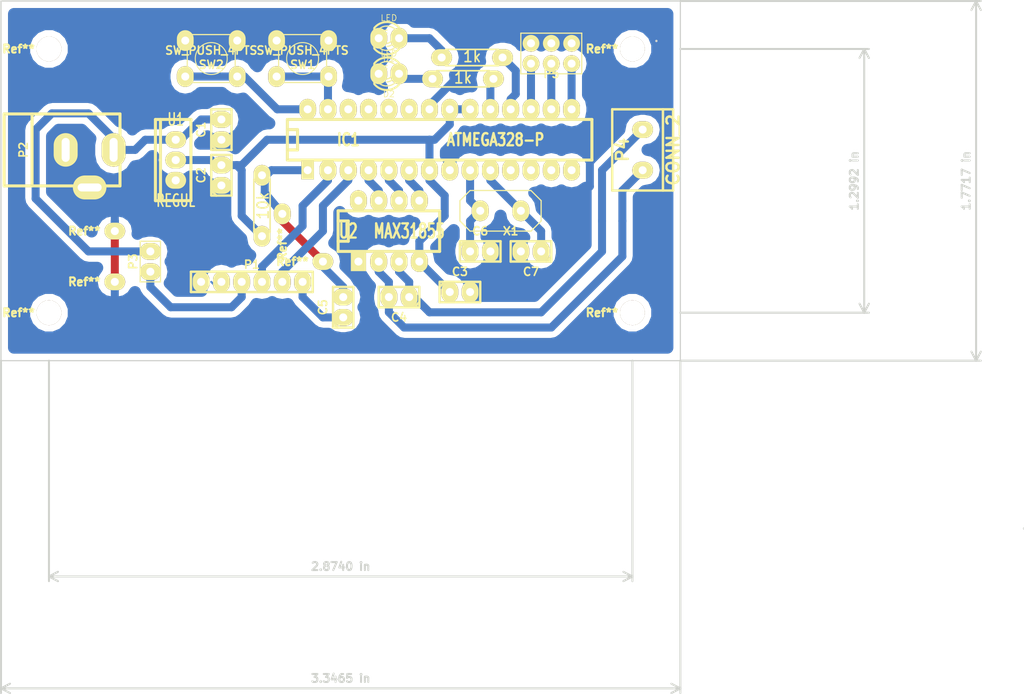
<source format=kicad_pcb>
(kicad_pcb (version 3) (host pcbnew "(2013-mar-13)-testing")

  (general
    (links 58)
    (no_connects 0)
    (area 127.944879 68.924999 256.0025 150.000001)
    (thickness 1.6)
    (drawings 11)
    (tracks 203)
    (zones 0)
    (modules 31)
    (nets 35)
  )

  (page A4)
  (layers
    (15 F.Cu signal)
    (0 B.Cu signal)
    (16 B.Adhes user hide)
    (17 F.Adhes user hide)
    (18 B.Paste user hide)
    (19 F.Paste user hide)
    (20 B.SilkS user hide)
    (21 F.SilkS user)
    (22 B.Mask user hide)
    (23 F.Mask user hide)
    (24 Dwgs.User user hide)
    (25 Cmts.User user hide)
    (26 Eco1.User user hide)
    (27 Eco2.User user hide)
    (28 Edge.Cuts user)
  )

  (setup
    (last_trace_width 1)
    (user_trace_width 1)
    (trace_clearance 0.254)
    (zone_clearance 0.8)
    (zone_45_only no)
    (trace_min 0.254)
    (segment_width 0.2)
    (edge_width 0.15)
    (via_size 0.889)
    (via_drill 0.635)
    (via_min_size 0.889)
    (via_min_drill 0.508)
    (uvia_size 0.508)
    (uvia_drill 0.127)
    (uvias_allowed no)
    (uvia_min_size 0.508)
    (uvia_min_drill 0.127)
    (pcb_text_width 0.3)
    (pcb_text_size 1 1)
    (mod_edge_width 0.15)
    (mod_text_size 1 1)
    (mod_text_width 0.15)
    (pad_size 3.1 3.1)
    (pad_drill 3.1)
    (pad_to_mask_clearance 0)
    (aux_axis_origin 130 70)
    (visible_elements 7FFFFDC1)
    (pcbplotparams
      (layerselection 1)
      (usegerberextensions false)
      (excludeedgelayer false)
      (linewidth 0.150000)
      (plotframeref true)
      (viasonmask false)
      (mode 1)
      (useauxorigin false)
      (hpglpennumber 1)
      (hpglpenspeed 20)
      (hpglpendiameter 15)
      (hpglpenoverlay 2)
      (psnegative false)
      (psa4output false)
      (plotreference false)
      (plotvalue false)
      (plotothertext false)
      (plotinvisibletext false)
      (padsonsilk false)
      (subtractmaskfromsilk false)
      (outputformat 2)
      (mirror false)
      (drillshape 2)
      (scaleselection 1)
      (outputdirectory ""))
  )

  (net 0 "")
  (net 1 /3V3)
  (net 2 /5V)
  (net 3 /5V_USB)
  (net 4 /CLK)
  (net 5 /CS)
  (net 6 /DTR)
  (net 7 /RX)
  (net 8 /SO)
  (net 9 /TX)
  (net 10 DNC)
  (net 11 GND)
  (net 12 N-000001)
  (net 13 N-0000010)
  (net 14 N-0000011)
  (net 15 N-0000015)
  (net 16 N-0000016)
  (net 17 N-0000017)
  (net 18 N-0000019)
  (net 19 N-000002)
  (net 20 N-0000020)
  (net 21 N-0000021)
  (net 22 N-0000022)
  (net 23 N-0000023)
  (net 24 N-0000024)
  (net 25 N-0000025)
  (net 26 N-0000026)
  (net 27 N-0000027)
  (net 28 N-0000028)
  (net 29 N-0000029)
  (net 30 N-000003)
  (net 31 N-000004)
  (net 32 N-000005)
  (net 33 N-000008)
  (net 34 N-000009)

  (net_class Default "Ceci est la Netclass par défaut"
    (clearance 0.254)
    (trace_width 0.254)
    (via_dia 0.889)
    (via_drill 0.635)
    (uvia_dia 0.508)
    (uvia_drill 0.127)
    (add_net "")
    (add_net /3V3)
    (add_net /5V)
    (add_net /5V_USB)
    (add_net /CLK)
    (add_net /CS)
    (add_net /DTR)
    (add_net /RX)
    (add_net /SO)
    (add_net /TX)
    (add_net DNC)
    (add_net GND)
    (add_net N-000001)
    (add_net N-0000010)
    (add_net N-0000011)
    (add_net N-0000015)
    (add_net N-0000016)
    (add_net N-0000017)
    (add_net N-0000019)
    (add_net N-000002)
    (add_net N-0000020)
    (add_net N-0000021)
    (add_net N-0000022)
    (add_net N-0000023)
    (add_net N-0000024)
    (add_net N-0000025)
    (add_net N-0000026)
    (add_net N-0000027)
    (add_net N-0000028)
    (add_net N-0000029)
    (add_net N-000003)
    (add_net N-000004)
    (add_net N-000005)
    (add_net N-000008)
    (add_net N-000009)
  )

  (module A_1pin (layer F.Cu) (tedit 5289029E) (tstamp 5388953E)
    (at 163.195 95.631 90)
    (descr "module 1 pin")
    (path 1pin)
    (fp_text reference Ref** (at -3.81 0 90) (layer F.SilkS)
      (effects (font (size 1.016 1.016) (thickness 0.254)))
    )
    (fp_text value Val** (at 3.81 0 90) (layer F.SilkS) hide
      (effects (font (size 1.016 1.016) (thickness 0.254)))
    )
    (pad 1 thru_hole oval (at 0 0 90) (size 2.6 2.1) (drill 1)
      (layers *.Cu *.Mask F.SilkS)
    )
  )

  (module A_C1 (layer F.Cu) (tedit 5263A168) (tstamp 530D0C15)
    (at 155.575 85.09 90)
    (descr "Condensateur e = 1 pas")
    (tags C)
    (path /530BA6E3)
    (fp_text reference C1 (at 0 -2.54 90) (layer F.SilkS)
      (effects (font (size 1.016 1.016) (thickness 0.2032)))
    )
    (fp_text value 10u (at 1.27 -1.27 90) (layer F.SilkS) hide
      (effects (font (size 1.016 1.016) (thickness 0.2032)))
    )
    (fp_line (start -2.4892 -1.27) (end 2.54 -1.27) (layer F.SilkS) (width 0.3048))
    (fp_line (start 2.54 -1.27) (end 2.54 1.27) (layer F.SilkS) (width 0.3048))
    (fp_line (start 2.54 1.27) (end -2.54 1.27) (layer F.SilkS) (width 0.3048))
    (fp_line (start -2.54 1.27) (end -2.54 -1.27) (layer F.SilkS) (width 0.3048))
    (fp_line (start -2.54 -0.635) (end -1.905 -1.27) (layer F.SilkS) (width 0.3048))
    (pad 1 thru_hole oval (at -1.27 0 90) (size 2.1 2.6) (drill 1)
      (layers *.Cu *.Mask F.SilkS)
      (net 11 GND)
    )
    (pad 2 thru_hole oval (at 1.27 0 90) (size 2.1 2.6) (drill 1)
      (layers *.Cu *.Mask F.SilkS)
      (net 2 /5V)
    )
    (model discret/capa_1_pas.wrl
      (at (xyz 0 0 0))
      (scale (xyz 1 1 1))
      (rotate (xyz 0 0 0))
    )
  )

  (module A_C1 (layer F.Cu) (tedit 5263A168) (tstamp 53875AC8)
    (at 155.575 90.805 90)
    (descr "Condensateur e = 1 pas")
    (tags C)
    (path /530BA6DD)
    (fp_text reference C2 (at 0 -2.54 90) (layer F.SilkS)
      (effects (font (size 1.016 1.016) (thickness 0.2032)))
    )
    (fp_text value 10u (at 1.27 -1.27 90) (layer F.SilkS) hide
      (effects (font (size 1.016 1.016) (thickness 0.2032)))
    )
    (fp_line (start -2.4892 -1.27) (end 2.54 -1.27) (layer F.SilkS) (width 0.3048))
    (fp_line (start 2.54 -1.27) (end 2.54 1.27) (layer F.SilkS) (width 0.3048))
    (fp_line (start 2.54 1.27) (end -2.54 1.27) (layer F.SilkS) (width 0.3048))
    (fp_line (start -2.54 1.27) (end -2.54 -1.27) (layer F.SilkS) (width 0.3048))
    (fp_line (start -2.54 -0.635) (end -1.905 -1.27) (layer F.SilkS) (width 0.3048))
    (pad 1 thru_hole oval (at -1.27 0 90) (size 2.1 2.6) (drill 1)
      (layers *.Cu *.Mask F.SilkS)
      (net 11 GND)
    )
    (pad 2 thru_hole oval (at 1.27 0 90) (size 2.1 2.6) (drill 1)
      (layers *.Cu *.Mask F.SilkS)
      (net 1 /3V3)
    )
    (model discret/capa_1_pas.wrl
      (at (xyz 0 0 0))
      (scale (xyz 1 1 1))
      (rotate (xyz 0 0 0))
    )
  )

  (module A_C1 (layer F.Cu) (tedit 5263A168) (tstamp 530D0C2B)
    (at 185.42 105.41)
    (descr "Condensateur e = 1 pas")
    (tags C)
    (path /530CEDC7)
    (fp_text reference C3 (at 0 -2.54) (layer F.SilkS)
      (effects (font (size 1.016 1.016) (thickness 0.2032)))
    )
    (fp_text value 0.1u (at 1.27 -1.27) (layer F.SilkS) hide
      (effects (font (size 1.016 1.016) (thickness 0.2032)))
    )
    (fp_line (start -2.4892 -1.27) (end 2.54 -1.27) (layer F.SilkS) (width 0.3048))
    (fp_line (start 2.54 -1.27) (end 2.54 1.27) (layer F.SilkS) (width 0.3048))
    (fp_line (start 2.54 1.27) (end -2.54 1.27) (layer F.SilkS) (width 0.3048))
    (fp_line (start -2.54 1.27) (end -2.54 -1.27) (layer F.SilkS) (width 0.3048))
    (fp_line (start -2.54 -0.635) (end -1.905 -1.27) (layer F.SilkS) (width 0.3048))
    (pad 1 thru_hole oval (at -1.27 0) (size 2.1 2.6) (drill 1)
      (layers *.Cu *.Mask F.SilkS)
      (net 1 /3V3)
    )
    (pad 2 thru_hole oval (at 1.27 0) (size 2.1 2.6) (drill 1)
      (layers *.Cu *.Mask F.SilkS)
      (net 11 GND)
    )
    (model discret/capa_1_pas.wrl
      (at (xyz 0 0 0))
      (scale (xyz 1 1 1))
      (rotate (xyz 0 0 0))
    )
  )

  (module A_C1 (layer F.Cu) (tedit 5263A168) (tstamp 530D0C36)
    (at 177.8 106.045 180)
    (descr "Condensateur e = 1 pas")
    (tags C)
    (path /530CE762)
    (fp_text reference C4 (at 0 -2.54 180) (layer F.SilkS)
      (effects (font (size 1.016 1.016) (thickness 0.2032)))
    )
    (fp_text value 10n (at 1.27 -1.27 180) (layer F.SilkS) hide
      (effects (font (size 1.016 1.016) (thickness 0.2032)))
    )
    (fp_line (start -2.4892 -1.27) (end 2.54 -1.27) (layer F.SilkS) (width 0.3048))
    (fp_line (start 2.54 -1.27) (end 2.54 1.27) (layer F.SilkS) (width 0.3048))
    (fp_line (start 2.54 1.27) (end -2.54 1.27) (layer F.SilkS) (width 0.3048))
    (fp_line (start -2.54 1.27) (end -2.54 -1.27) (layer F.SilkS) (width 0.3048))
    (fp_line (start -2.54 -0.635) (end -1.905 -1.27) (layer F.SilkS) (width 0.3048))
    (pad 1 thru_hole oval (at -1.27 0 180) (size 2.1 2.6) (drill 1)
      (layers *.Cu *.Mask F.SilkS)
      (net 12 N-000001)
    )
    (pad 2 thru_hole oval (at 1.27 0 180) (size 2.1 2.6) (drill 1)
      (layers *.Cu *.Mask F.SilkS)
      (net 19 N-000002)
    )
    (model discret/capa_1_pas.wrl
      (at (xyz 0 0 0))
      (scale (xyz 1 1 1))
      (rotate (xyz 0 0 0))
    )
  )

  (module A_C1 (layer F.Cu) (tedit 5263A168) (tstamp 5311A2E4)
    (at 170.815 107.315 90)
    (descr "Condensateur e = 1 pas")
    (tags C)
    (path /530BAB25)
    (fp_text reference C5 (at 0 -2.54 90) (layer F.SilkS)
      (effects (font (size 1.016 1.016) (thickness 0.2032)))
    )
    (fp_text value 100n (at 1.27 -1.27 90) (layer F.SilkS) hide
      (effects (font (size 1.016 1.016) (thickness 0.2032)))
    )
    (fp_line (start -2.4892 -1.27) (end 2.54 -1.27) (layer F.SilkS) (width 0.3048))
    (fp_line (start 2.54 -1.27) (end 2.54 1.27) (layer F.SilkS) (width 0.3048))
    (fp_line (start 2.54 1.27) (end -2.54 1.27) (layer F.SilkS) (width 0.3048))
    (fp_line (start -2.54 1.27) (end -2.54 -1.27) (layer F.SilkS) (width 0.3048))
    (fp_line (start -2.54 -0.635) (end -1.905 -1.27) (layer F.SilkS) (width 0.3048))
    (pad 1 thru_hole oval (at -1.27 0 90) (size 2.1 2.6) (drill 1)
      (layers *.Cu *.Mask F.SilkS)
      (net 6 /DTR)
    )
    (pad 2 thru_hole oval (at 1.27 0 90) (size 2.1 2.6) (drill 1)
      (layers *.Cu *.Mask F.SilkS)
      (net 15 N-0000015)
    )
    (model discret/capa_1_pas.wrl
      (at (xyz 0 0 0))
      (scale (xyz 1 1 1))
      (rotate (xyz 0 0 0))
    )
  )

  (module A_C1 (layer F.Cu) (tedit 5263A168) (tstamp 530D0C4C)
    (at 187.96 100.33)
    (descr "Condensateur e = 1 pas")
    (tags C)
    (path /530A5A7F)
    (fp_text reference C6 (at 0 -2.54) (layer F.SilkS)
      (effects (font (size 1.016 1.016) (thickness 0.2032)))
    )
    (fp_text value 22p (at 1.27 -1.27) (layer F.SilkS) hide
      (effects (font (size 1.016 1.016) (thickness 0.2032)))
    )
    (fp_line (start -2.4892 -1.27) (end 2.54 -1.27) (layer F.SilkS) (width 0.3048))
    (fp_line (start 2.54 -1.27) (end 2.54 1.27) (layer F.SilkS) (width 0.3048))
    (fp_line (start 2.54 1.27) (end -2.54 1.27) (layer F.SilkS) (width 0.3048))
    (fp_line (start -2.54 1.27) (end -2.54 -1.27) (layer F.SilkS) (width 0.3048))
    (fp_line (start -2.54 -0.635) (end -1.905 -1.27) (layer F.SilkS) (width 0.3048))
    (pad 1 thru_hole oval (at -1.27 0) (size 2.1 2.6) (drill 1)
      (layers *.Cu *.Mask F.SilkS)
      (net 17 N-0000017)
    )
    (pad 2 thru_hole oval (at 1.27 0) (size 2.1 2.6) (drill 1)
      (layers *.Cu *.Mask F.SilkS)
      (net 11 GND)
    )
    (model discret/capa_1_pas.wrl
      (at (xyz 0 0 0))
      (scale (xyz 1 1 1))
      (rotate (xyz 0 0 0))
    )
  )

  (module A_C1 (layer F.Cu) (tedit 5263A168) (tstamp 530F9AE5)
    (at 194.31 100.33 180)
    (descr "Condensateur e = 1 pas")
    (tags C)
    (path /530A5A25)
    (fp_text reference C7 (at 0 -2.54 180) (layer F.SilkS)
      (effects (font (size 1.016 1.016) (thickness 0.2032)))
    )
    (fp_text value 22p (at 1.27 -1.27 180) (layer F.SilkS) hide
      (effects (font (size 1.016 1.016) (thickness 0.2032)))
    )
    (fp_line (start -2.4892 -1.27) (end 2.54 -1.27) (layer F.SilkS) (width 0.3048))
    (fp_line (start 2.54 -1.27) (end 2.54 1.27) (layer F.SilkS) (width 0.3048))
    (fp_line (start 2.54 1.27) (end -2.54 1.27) (layer F.SilkS) (width 0.3048))
    (fp_line (start -2.54 1.27) (end -2.54 -1.27) (layer F.SilkS) (width 0.3048))
    (fp_line (start -2.54 -0.635) (end -1.905 -1.27) (layer F.SilkS) (width 0.3048))
    (pad 1 thru_hole oval (at -1.27 0 180) (size 2.1 2.6) (drill 1)
      (layers *.Cu *.Mask F.SilkS)
      (net 27 N-0000027)
    )
    (pad 2 thru_hole oval (at 1.27 0 180) (size 2.1 2.6) (drill 1)
      (layers *.Cu *.Mask F.SilkS)
      (net 11 GND)
    )
    (model discret/capa_1_pas.wrl
      (at (xyz 0 0 0))
      (scale (xyz 1 1 1))
      (rotate (xyz 0 0 0))
    )
  )

  (module A_DIP-28 (layer F.Cu) (tedit 5263999F) (tstamp 530D0C7E)
    (at 182.88 86.36)
    (descr "28 pins DIL package")
    (path /530A5989)
    (fp_text reference IC1 (at -11.43 0) (layer F.SilkS)
      (effects (font (size 1.524 1.143) (thickness 0.28575)))
    )
    (fp_text value ATMEGA328-P (at 6.985 0) (layer F.SilkS)
      (effects (font (size 1.524 1.143) (thickness 0.28575)))
    )
    (fp_line (start -19.05 -2.54) (end 19.05 -2.54) (layer F.SilkS) (width 0.381))
    (fp_line (start 19.05 -2.54) (end 19.05 2.54) (layer F.SilkS) (width 0.381))
    (fp_line (start 19.05 2.54) (end -19.05 2.54) (layer F.SilkS) (width 0.381))
    (fp_line (start -19.05 2.54) (end -19.05 -2.54) (layer F.SilkS) (width 0.381))
    (fp_line (start -19.05 -1.27) (end -17.78 -1.27) (layer F.SilkS) (width 0.381))
    (fp_line (start -17.78 -1.27) (end -17.78 1.27) (layer F.SilkS) (width 0.381))
    (fp_line (start -17.78 1.27) (end -19.05 1.27) (layer F.SilkS) (width 0.381))
    (pad 2 thru_hole oval (at -13.97 3.81) (size 2.1 2.6) (drill 1)
      (layers *.Cu *.Mask F.SilkS)
      (net 7 /RX)
    )
    (pad 3 thru_hole oval (at -11.43 3.81) (size 2.1 2.6) (drill 1)
      (layers *.Cu *.Mask F.SilkS)
      (net 9 /TX)
    )
    (pad 4 thru_hole oval (at -8.89 3.81) (size 2.1 2.6) (drill 1)
      (layers *.Cu *.Mask F.SilkS)
      (net 8 /SO)
    )
    (pad 5 thru_hole oval (at -6.35 3.81) (size 2.1 2.6) (drill 1)
      (layers *.Cu *.Mask F.SilkS)
      (net 5 /CS)
    )
    (pad 6 thru_hole oval (at -3.81 3.81) (size 2.1 2.6) (drill 1)
      (layers *.Cu *.Mask F.SilkS)
      (net 4 /CLK)
    )
    (pad 7 thru_hole oval (at -1.27 3.81) (size 2.1 2.6) (drill 1)
      (layers *.Cu *.Mask F.SilkS)
      (net 1 /3V3)
    )
    (pad 8 thru_hole oval (at 1.27 3.81) (size 2.1 2.6) (drill 1)
      (layers *.Cu *.Mask F.SilkS)
      (net 11 GND)
    )
    (pad 9 thru_hole oval (at 3.81 3.81) (size 2.1 2.6) (drill 1)
      (layers *.Cu *.Mask F.SilkS)
      (net 17 N-0000017)
    )
    (pad 10 thru_hole oval (at 6.35 3.81) (size 2.1 2.6) (drill 1)
      (layers *.Cu *.Mask F.SilkS)
      (net 27 N-0000027)
    )
    (pad 11 thru_hole oval (at 8.89 3.81) (size 2.1 2.6) (drill 1)
      (layers *.Cu *.Mask F.SilkS)
      (net 20 N-0000020)
    )
    (pad 12 thru_hole oval (at 11.43 3.81) (size 2.1 2.6) (drill 1)
      (layers *.Cu *.Mask F.SilkS)
      (net 21 N-0000021)
    )
    (pad 13 thru_hole oval (at 13.97 3.81) (size 2.1 2.6) (drill 1)
      (layers *.Cu *.Mask F.SilkS)
      (net 18 N-0000019)
    )
    (pad 14 thru_hole oval (at 16.51 3.81) (size 2.1 2.6) (drill 1)
      (layers *.Cu *.Mask F.SilkS)
      (net 23 N-0000023)
    )
    (pad 1 thru_hole rect (at -16.51 3.81) (size 1.5748 2.286) (drill 1)
      (layers *.Cu *.Mask F.SilkS)
      (net 15 N-0000015)
    )
    (pad 15 thru_hole oval (at 16.51 -3.81) (size 2.1 2.6) (drill 1)
      (layers *.Cu *.Mask F.SilkS)
      (net 30 N-000003)
    )
    (pad 16 thru_hole oval (at 13.97 -3.81) (size 2.1 2.6) (drill 1)
      (layers *.Cu *.Mask F.SilkS)
      (net 31 N-000004)
    )
    (pad 17 thru_hole oval (at 11.43 -3.81) (size 2.1 2.6) (drill 1)
      (layers *.Cu *.Mask F.SilkS)
      (net 32 N-000005)
    )
    (pad 18 thru_hole oval (at 8.89 -3.81) (size 2.1 2.6) (drill 1)
      (layers *.Cu *.Mask F.SilkS)
      (net 33 N-000008)
    )
    (pad 19 thru_hole oval (at 6.35 -3.81) (size 2.1 2.6) (drill 1)
      (layers *.Cu *.Mask F.SilkS)
      (net 13 N-0000010)
    )
    (pad 20 thru_hole oval (at 3.81 -3.81) (size 2.1 2.6) (drill 1)
      (layers *.Cu *.Mask F.SilkS)
      (net 1 /3V3)
    )
    (pad 21 thru_hole oval (at 1.27 -3.81) (size 2.1 2.6) (drill 1)
      (layers *.Cu *.Mask F.SilkS)
      (net 1 /3V3)
    )
    (pad 22 thru_hole oval (at -1.27 -3.81) (size 2.1 2.6) (drill 1)
      (layers *.Cu *.Mask F.SilkS)
      (net 11 GND)
    )
    (pad 23 thru_hole oval (at -3.81 -3.81) (size 2.1 2.6) (drill 1)
      (layers *.Cu *.Mask F.SilkS)
      (net 22 N-0000022)
    )
    (pad 24 thru_hole oval (at -6.35 -3.81) (size 2.1 2.6) (drill 1)
      (layers *.Cu *.Mask F.SilkS)
      (net 24 N-0000024)
    )
    (pad 25 thru_hole oval (at -8.89 -3.81) (size 2.1 2.6) (drill 1)
      (layers *.Cu *.Mask F.SilkS)
      (net 25 N-0000025)
    )
    (pad 26 thru_hole oval (at -11.43 -3.81) (size 2.1 2.6) (drill 1)
      (layers *.Cu *.Mask F.SilkS)
      (net 26 N-0000026)
    )
    (pad 27 thru_hole oval (at -13.97 -3.81) (size 2.1 2.6) (drill 1)
      (layers *.Cu *.Mask F.SilkS)
      (net 28 N-0000028)
    )
    (pad 28 thru_hole oval (at -16.51 -3.81) (size 2.1 2.6) (drill 1)
      (layers *.Cu *.Mask F.SilkS)
      (net 29 N-0000029)
    )
  )

  (module A_BARREL_JACK (layer F.Cu) (tedit 530CFB7E) (tstamp 530D0C98)
    (at 135.89 87.63)
    (path /53119B93)
    (fp_text reference P2 (at -5.08 0 90) (layer F.SilkS)
      (effects (font (size 1.016 1.016) (thickness 0.2032)))
    )
    (fp_text value CONN_3 (at 0 -3.81) (layer F.SilkS) hide
      (effects (font (size 1.016 1.016) (thickness 0.2032)))
    )
    (fp_line (start -4.0005 -4.50088) (end -4.0005 4.50088) (layer F.SilkS) (width 0.381))
    (fp_line (start -7.50062 -4.50088) (end -7.50062 4.50088) (layer F.SilkS) (width 0.381))
    (fp_line (start -7.50062 4.50088) (end 7.00024 4.50088) (layer F.SilkS) (width 0.381))
    (fp_line (start 7.00024 4.50088) (end 7.00024 -4.50088) (layer F.SilkS) (width 0.381))
    (fp_line (start 7.00024 -4.50088) (end -7.50062 -4.50088) (layer F.SilkS) (width 0.381))
    (pad 1 thru_hole oval (at 6.20014 0) (size 3 4.2) (drill oval 1.00076 2.99974)
      (layers *.Cu *.Mask F.SilkS)
      (net 2 /5V)
    )
    (pad 2 thru_hole oval (at 0.20066 0) (size 3 4.2) (drill oval 1.00076 2.99974)
      (layers *.Cu *.Mask F.SilkS)
      (net 11 GND)
    )
    (pad 3 thru_hole oval (at 3.2004 4.699) (size 4.2 3) (drill oval 2.99974 1.00076)
      (layers *.Cu *.Mask F.SilkS)
      (net 11 GND)
    )
  )

  (module A_PIN_ARRAY-2X1 (layer F.Cu) (tedit 52863A76) (tstamp 5311A4C3)
    (at 146.685 101.6 90)
    (path /530BA9B5)
    (fp_text reference P3 (at 0 -2.159 90) (layer F.SilkS)
      (effects (font (size 1.016 1.016) (thickness 0.2032)))
    )
    (fp_text value CONN_2 (at 0 2.159 90) (layer F.SilkS) hide
      (effects (font (size 1.016 0.889) (thickness 0.2032)))
    )
    (fp_line (start 2.54 -1.27) (end 2.54 1.27) (layer F.SilkS) (width 0.15))
    (fp_line (start 2.54 1.27) (end -2.54 1.27) (layer F.SilkS) (width 0.15))
    (fp_line (start -2.54 1.27) (end -2.54 -1.27) (layer F.SilkS) (width 0.15))
    (fp_line (start -2.54 -1.27) (end 2.54 -1.27) (layer F.SilkS) (width 0.15))
    (pad 1 thru_hole oval (at -1.27 0 90) (size 2.1 2.6) (drill 1)
      (layers *.Cu *.Mask F.SilkS)
      (net 3 /5V_USB)
    )
    (pad 2 thru_hole oval (at 1.27 0 90) (size 2.1 2.6) (drill 1)
      (layers *.Cu *.Mask F.SilkS)
      (net 2 /5V)
    )
  )

  (module A_bornier2 (layer F.Cu) (tedit 530CF7C1) (tstamp 530F9A8B)
    (at 208.28 87.63 90)
    (path /530CE703)
    (fp_text reference P4 (at 0 -2.54 90) (layer F.SilkS)
      (effects (font (thickness 0.3048)))
    )
    (fp_text value CONN_2 (at 0 3.81 90) (layer F.SilkS)
      (effects (font (thickness 0.3048)))
    )
    (fp_line (start 5.08 2.54) (end -5.08 2.54) (layer F.SilkS) (width 0.3048))
    (fp_line (start 5.08 3.81) (end 5.08 -3.81) (layer F.SilkS) (width 0.3048))
    (fp_line (start 5.08 -3.81) (end -5.08 -3.81) (layer F.SilkS) (width 0.3048))
    (fp_line (start -5.08 -3.81) (end -5.08 3.81) (layer F.SilkS) (width 0.3048))
    (fp_line (start -5.08 3.81) (end 5.08 3.81) (layer F.SilkS) (width 0.3048))
    (pad 1 thru_hole oval (at -2.54 0 90) (size 2.1 2.6) (drill 1)
      (layers *.Cu *.Mask F.SilkS)
      (net 19 N-000002)
    )
    (pad 2 thru_hole oval (at 2.54 0 90) (size 2.1 2.6) (drill 1)
      (layers *.Cu *.Mask F.SilkS)
      (net 12 N-000001)
    )
  )

  (module A_TO220 (layer F.Cu) (tedit 530CFD4B) (tstamp 5311A33D)
    (at 149.86 88.9 180)
    (path /530BA6D0)
    (fp_text reference U1 (at 0 5.08 180) (layer F.SilkS)
      (effects (font (size 1.524 1.016) (thickness 0.2032)))
    )
    (fp_text value REGUL (at 0 -5.08 180) (layer F.SilkS)
      (effects (font (size 1.524 1.016) (thickness 0.2032)))
    )
    (fp_line (start 1.905 -5.08) (end 2.54 -5.08) (layer F.SilkS) (width 0.381))
    (fp_line (start 2.54 -5.08) (end 2.54 5.08) (layer F.SilkS) (width 0.381))
    (fp_line (start 2.54 5.08) (end 1.905 5.08) (layer F.SilkS) (width 0.381))
    (fp_line (start -1.905 -5.08) (end 1.905 -5.08) (layer F.SilkS) (width 0.381))
    (fp_line (start 1.905 -5.08) (end 1.905 5.08) (layer F.SilkS) (width 0.381))
    (fp_line (start 1.905 5.08) (end -1.905 5.08) (layer F.SilkS) (width 0.381))
    (fp_line (start -1.905 5.08) (end -1.905 -5.08) (layer F.SilkS) (width 0.381))
    (pad 1 thru_hole oval (at 0 -2.54 180) (size 2.6 2.1) (drill 1.016)
      (layers *.Cu *.Mask F.SilkS)
      (net 11 GND)
    )
    (pad 2 thru_hole oval (at 0 0 180) (size 2.6 2.1) (drill 1.016)
      (layers *.Cu *.Mask F.SilkS)
      (net 1 /3V3)
    )
    (pad 3 thru_hole oval (at 0 2.54 180) (size 2.6 2.1) (drill 1.016)
      (layers *.Cu *.Mask F.SilkS)
      (net 2 /5V)
    )
  )

  (module A_DIP-8 (layer F.Cu) (tedit 530CF971) (tstamp 530F9A9F)
    (at 175.26 97.79)
    (path /530CE662)
    (fp_text reference U2 (at -3.81 0) (layer F.SilkS)
      (effects (font (size 1.778 1.143) (thickness 0.28575)))
    )
    (fp_text value MAX31855 (at 3.81 0) (layer F.SilkS)
      (effects (font (size 1.778 1.143) (thickness 0.28575)))
    )
    (fp_line (start -5.08 2.54) (end 7.62 2.54) (layer F.SilkS) (width 0.381))
    (fp_line (start 7.62 -2.54) (end -5.08 -2.54) (layer F.SilkS) (width 0.381))
    (fp_line (start -5.08 -1.27) (end -3.81 -1.27) (layer F.SilkS) (width 0.381))
    (fp_line (start -3.81 -1.27) (end -3.81 1.27) (layer F.SilkS) (width 0.381))
    (fp_line (start -3.81 1.27) (end -5.08 1.27) (layer F.SilkS) (width 0.381))
    (fp_line (start 7.62 -2.54) (end 7.62 2.54) (layer F.SilkS) (width 0.381))
    (fp_line (start -5.08 2.54) (end -5.08 -2.54) (layer F.SilkS) (width 0.381))
    (pad 1 thru_hole rect (at -2.54 3.81) (size 1.9 2.4) (drill 1)
      (layers *.Cu *.Mask F.SilkS)
      (net 11 GND)
    )
    (pad 2 thru_hole oval (at 0 3.81) (size 2.1 2.6) (drill 1)
      (layers *.Cu *.Mask F.SilkS)
      (net 19 N-000002)
    )
    (pad 3 thru_hole oval (at 2.54 3.81) (size 2.1 2.6) (drill 1)
      (layers *.Cu *.Mask F.SilkS)
      (net 12 N-000001)
    )
    (pad 4 thru_hole oval (at 5.08 3.81) (size 2.1 2.6) (drill 1)
      (layers *.Cu *.Mask F.SilkS)
      (net 1 /3V3)
    )
    (pad 5 thru_hole oval (at 5.08 -3.81) (size 2.1 2.6) (drill 1)
      (layers *.Cu *.Mask F.SilkS)
      (net 4 /CLK)
    )
    (pad 6 thru_hole oval (at 2.54 -3.81) (size 2.1 2.6) (drill 1)
      (layers *.Cu *.Mask F.SilkS)
      (net 5 /CS)
    )
    (pad 7 thru_hole oval (at 0 -3.81) (size 2.1 2.6) (drill 1)
      (layers *.Cu *.Mask F.SilkS)
      (net 8 /SO)
    )
    (pad 8 thru_hole oval (at -2.54 -3.81) (size 2.1 2.6) (drill 1)
      (layers *.Cu *.Mask F.SilkS)
      (net 10 DNC)
    )
  )

  (module A_Quartz (layer F.Cu) (tedit 5263A397) (tstamp 530D0CEA)
    (at 191.77 95.25 180)
    (descr Quartz)
    (tags Q)
    (path /530A59F6)
    (fp_text reference X1 (at 0 -2.54 180) (layer F.SilkS)
      (effects (font (size 1.016 1.016) (thickness 0.2032)))
    )
    (fp_text value 16MHz (at 1.27 -1.27 180) (layer F.SilkS) hide
      (effects (font (size 1.016 1.016) (thickness 0.2032)))
    )
    (fp_line (start 6.35 1.27) (end 6.35 -1.27) (layer F.SilkS) (width 0.15))
    (fp_line (start 6.35 -1.27) (end 5.08 -2.54) (layer F.SilkS) (width 0.15))
    (fp_line (start 5.08 -2.54) (end -2.54 -2.54) (layer F.SilkS) (width 0.15))
    (fp_line (start -2.54 -2.54) (end -3.81 -1.27) (layer F.SilkS) (width 0.15))
    (fp_line (start -3.81 -1.27) (end -3.81 1.27) (layer F.SilkS) (width 0.15))
    (fp_line (start -3.81 1.27) (end -2.54 2.54) (layer F.SilkS) (width 0.15))
    (fp_line (start -2.54 2.54) (end 5.08 2.54) (layer F.SilkS) (width 0.15))
    (fp_line (start 5.08 2.54) (end 6.35 1.27) (layer F.SilkS) (width 0.15))
    (pad 1 thru_hole oval (at -1.27 0 180) (size 2.1 2.6) (drill 1)
      (layers *.Cu *.Mask F.SilkS)
      (net 27 N-0000027)
    )
    (pad 2 thru_hole oval (at 3.81 0 180) (size 2.1 2.6) (drill 1)
      (layers *.Cu *.Mask F.SilkS)
      (net 17 N-0000017)
    )
  )

  (module A_PIN_ARRAY-6X1 (layer F.Cu) (tedit 52639F9A) (tstamp 5311A4D2)
    (at 159.385 104.14)
    (path /530B9F6E)
    (fp_text reference P1 (at 0 -2.159) (layer F.SilkS)
      (effects (font (size 1.016 1.016) (thickness 0.2032)))
    )
    (fp_text value CONN_6 (at 0 2.159) (layer F.SilkS) hide
      (effects (font (size 1.016 0.889) (thickness 0.2032)))
    )
    (fp_line (start -7.62 1.27) (end -7.62 -1.27) (layer F.SilkS) (width 0.3048))
    (fp_line (start -7.62 -1.27) (end 7.62 -1.27) (layer F.SilkS) (width 0.3048))
    (fp_line (start 7.62 -1.27) (end 7.62 1.27) (layer F.SilkS) (width 0.3048))
    (fp_line (start 7.62 1.27) (end -7.62 1.27) (layer F.SilkS) (width 0.3048))
    (pad 1 thru_hole oval (at -6.35 0) (size 2.1 2.6) (drill 1)
      (layers *.Cu *.Mask F.SilkS)
      (net 11 GND)
    )
    (pad 2 thru_hole oval (at -3.81 0) (size 2.1 2.6) (drill 1)
      (layers *.Cu *.Mask F.SilkS)
      (net 16 N-0000016)
    )
    (pad 3 thru_hole oval (at -1.27 0) (size 2.1 2.6) (drill 1)
      (layers *.Cu *.Mask F.SilkS)
      (net 3 /5V_USB)
    )
    (pad 4 thru_hole oval (at 1.27 0) (size 2.1 2.6) (drill 1)
      (layers *.Cu *.Mask F.SilkS)
      (net 7 /RX)
    )
    (pad 5 thru_hole oval (at 3.81 0) (size 2.1 2.6) (drill 1)
      (layers *.Cu *.Mask F.SilkS)
      (net 9 /TX)
    )
    (pad 6 thru_hole oval (at 6.35 0) (size 2.1 2.6) (drill 1)
      (layers *.Cu *.Mask F.SilkS)
      (net 6 /DTR)
    )
  )

  (module A_R3 (layer F.Cu) (tedit 52639C1D) (tstamp 5311A4E1)
    (at 160.655 94.615 90)
    (descr "Resitance 3 pas")
    (tags R)
    (path /530BAB18)
    (autoplace_cost180 10)
    (fp_text reference R1 (at 0 -1.27 90) (layer F.SilkS) hide
      (effects (font (size 1.397 1.27) (thickness 0.2032)))
    )
    (fp_text value 10k (at 0 0.127 90) (layer F.SilkS)
      (effects (font (size 1.397 1.27) (thickness 0.2032)))
    )
    (fp_line (start -3.81 0) (end -3.302 0) (layer F.SilkS) (width 0.2032))
    (fp_line (start 3.81 0) (end 3.302 0) (layer F.SilkS) (width 0.2032))
    (fp_line (start 3.302 0) (end 3.302 -1.016) (layer F.SilkS) (width 0.2032))
    (fp_line (start 3.302 -1.016) (end -3.302 -1.016) (layer F.SilkS) (width 0.2032))
    (fp_line (start -3.302 -1.016) (end -3.302 1.016) (layer F.SilkS) (width 0.2032))
    (fp_line (start -3.302 1.016) (end 3.302 1.016) (layer F.SilkS) (width 0.2032))
    (fp_line (start 3.302 1.016) (end 3.302 0) (layer F.SilkS) (width 0.2032))
    (fp_line (start -3.302 -0.508) (end -2.794 -1.016) (layer F.SilkS) (width 0.2032))
    (pad 1 thru_hole oval (at -3.81 0 90) (size 2.6 2.1) (drill 1)
      (layers *.Cu *.Mask F.SilkS)
      (net 1 /3V3)
    )
    (pad 2 thru_hole oval (at 3.81 0 90) (size 2.6 2.1) (drill 1)
      (layers *.Cu *.Mask F.SilkS)
      (net 15 N-0000015)
    )
  )

  (module A_1pin (layer F.Cu) (tedit 5289029E) (tstamp 5387EEB4)
    (at 142.24 97.79)
    (descr "module 1 pin")
    (path 1pin)
    (fp_text reference Ref** (at -3.81 0) (layer F.SilkS)
      (effects (font (size 1.016 1.016) (thickness 0.254)))
    )
    (fp_text value Val** (at 3.81 0) (layer F.SilkS) hide
      (effects (font (size 1.016 1.016) (thickness 0.254)))
    )
    (pad 1 thru_hole oval (at 0 0) (size 2.6 2.1) (drill 1)
      (layers *.Cu *.Mask F.SilkS)
    )
  )

  (module A_1pin (layer F.Cu) (tedit 5289029E) (tstamp 5387EEBE)
    (at 142.24 104.14)
    (descr "module 1 pin")
    (path 1pin)
    (fp_text reference Ref** (at -3.81 0) (layer F.SilkS)
      (effects (font (size 1.016 1.016) (thickness 0.254)))
    )
    (fp_text value Val** (at 3.81 0) (layer F.SilkS) hide
      (effects (font (size 1.016 1.016) (thickness 0.254)))
    )
    (pad 1 thru_hole oval (at 0 0) (size 2.6 2.1) (drill 1)
      (layers *.Cu *.Mask F.SilkS)
    )
  )

  (module A_1pin (layer F.Cu) (tedit 5289029E) (tstamp 5387EEF3)
    (at 168.275 101.6)
    (descr "module 1 pin")
    (path 1pin)
    (fp_text reference Ref** (at -3.81 0) (layer F.SilkS)
      (effects (font (size 1.016 1.016) (thickness 0.254)))
    )
    (fp_text value Val** (at 3.81 0) (layer F.SilkS) hide
      (effects (font (size 1.016 1.016) (thickness 0.254)))
    )
    (pad 1 thru_hole oval (at 0 0) (size 2.6 2.1) (drill 1)
      (layers *.Cu *.Mask F.SilkS)
    )
  )

  (module A_MICROSWITCH_4pin (layer F.Cu) (tedit 53879DA9) (tstamp 53889779)
    (at 165.735 76.2 180)
    (path /53879823)
    (fp_text reference SW1 (at 0 -0.762 180) (layer F.SilkS)
      (effects (font (size 1.016 1.016) (thickness 0.2032)))
    )
    (fp_text value SW_PUSH_4PTS (at 0 1.016 180) (layer F.SilkS)
      (effects (font (size 1.016 1.016) (thickness 0.2032)))
    )
    (fp_line (start 3 -3) (end -3 -3) (layer F.SilkS) (width 0.15))
    (fp_line (start -3 -3) (end -3 3) (layer F.SilkS) (width 0.15))
    (fp_line (start -3 3) (end 3 3) (layer F.SilkS) (width 0.15))
    (fp_line (start 3 3) (end 3 -3) (layer F.SilkS) (width 0.15))
    (fp_circle (center 0 0) (end 0 -2) (layer F.SilkS) (width 0.127))
    (pad 2 thru_hole oval (at 3.25 -2.25 180) (size 2.1 2.6) (drill 1)
      (layers *.Cu *.Mask F.SilkS)
      (net 28 N-0000028)
    )
    (pad 4 thru_hole oval (at 3.25 2.25 180) (size 2.1 2.6) (drill 1)
      (layers *.Cu *.Mask F.SilkS)
      (net 11 GND)
    )
    (pad 1 thru_hole oval (at -3.25 -2.25 180) (size 2.1 2.6) (drill 1)
      (layers *.Cu *.Mask F.SilkS)
      (net 28 N-0000028)
    )
    (pad 3 thru_hole oval (at -3.25 2.25 180) (size 2.1 2.6) (drill 1)
      (layers *.Cu *.Mask F.SilkS)
      (net 11 GND)
    )
  )

  (module A_MICROSWITCH_4pin (layer F.Cu) (tedit 53879DA9) (tstamp 53889786)
    (at 154.305 76.2 180)
    (path /53879875)
    (fp_text reference SW2 (at 0 -0.762 180) (layer F.SilkS)
      (effects (font (size 1.016 1.016) (thickness 0.2032)))
    )
    (fp_text value SW_PUSH_4PTS (at 0 1.016 180) (layer F.SilkS)
      (effects (font (size 1.016 1.016) (thickness 0.2032)))
    )
    (fp_line (start 3 -3) (end -3 -3) (layer F.SilkS) (width 0.15))
    (fp_line (start -3 -3) (end -3 3) (layer F.SilkS) (width 0.15))
    (fp_line (start -3 3) (end 3 3) (layer F.SilkS) (width 0.15))
    (fp_line (start 3 3) (end 3 -3) (layer F.SilkS) (width 0.15))
    (fp_circle (center 0 0) (end 0 -2) (layer F.SilkS) (width 0.127))
    (pad 2 thru_hole oval (at 3.25 -2.25 180) (size 2.1 2.6) (drill 1)
      (layers *.Cu *.Mask F.SilkS)
      (net 29 N-0000029)
    )
    (pad 4 thru_hole oval (at 3.25 2.25 180) (size 2.1 2.6) (drill 1)
      (layers *.Cu *.Mask F.SilkS)
      (net 11 GND)
    )
    (pad 1 thru_hole oval (at -3.25 -2.25 180) (size 2.1 2.6) (drill 1)
      (layers *.Cu *.Mask F.SilkS)
      (net 29 N-0000029)
    )
    (pad 3 thru_hole oval (at -3.25 2.25 180) (size 2.1 2.6) (drill 1)
      (layers *.Cu *.Mask F.SilkS)
      (net 11 GND)
    )
  )

  (module A_PIN_ARRAY-3X2 (layer F.Cu) (tedit 5387A18B) (tstamp 53889E6B)
    (at 196.85 75.565 180)
    (path /5387A0FD)
    (fp_text reference P5 (at 0 -2.54 180) (layer F.SilkS)
      (effects (font (size 1.016 1.016) (thickness 0.2032)))
    )
    (fp_text value CONN_3X2 (at 0 2.54 180) (layer F.SilkS) hide
      (effects (font (size 1.016 0.889) (thickness 0.2032)))
    )
    (fp_line (start 3.81 -2.54) (end 3.81 2.54) (layer F.SilkS) (width 0.15))
    (fp_line (start 3.81 2.54) (end -3.81 2.54) (layer F.SilkS) (width 0.15))
    (fp_line (start -3.81 2.54) (end -3.81 -2.54) (layer F.SilkS) (width 0.15))
    (fp_line (start -3.81 -2.54) (end 3.81 -2.54) (layer F.SilkS) (width 0.15))
    (pad 1 thru_hole oval (at -2.54 -1.27 180) (size 2.1 2.1) (drill 1)
      (layers *.Cu *.Mask F.SilkS)
      (net 30 N-000003)
    )
    (pad 2 thru_hole oval (at -2.54 1.27 180) (size 2.1 2.1) (drill 1)
      (layers *.Cu *.Mask F.SilkS)
      (net 11 GND)
    )
    (pad 3 thru_hole oval (at 0 -1.27 180) (size 2.1 2.1) (drill 1)
      (layers *.Cu *.Mask F.SilkS)
      (net 31 N-000004)
    )
    (pad 4 thru_hole oval (at 0 1.27 180) (size 2.1 2.1) (drill 1)
      (layers *.Cu *.Mask F.SilkS)
      (net 11 GND)
    )
    (pad 5 thru_hole oval (at 2.54 -1.27 180) (size 2.1 2.1) (drill 1)
      (layers *.Cu *.Mask F.SilkS)
      (net 32 N-000005)
    )
    (pad 6 thru_hole oval (at 2.54 1.27 180) (size 2.1 2.1) (drill 1)
      (layers *.Cu *.Mask F.SilkS)
      (net 11 GND)
    )
  )

  (module A_1pin (layer F.Cu) (tedit 5387ABC0) (tstamp 5388071A)
    (at 134 75)
    (descr "module 1 pin")
    (path 1pin)
    (fp_text reference Ref** (at -3.81 0) (layer F.SilkS)
      (effects (font (size 1.016 1.016) (thickness 0.254)))
    )
    (fp_text value Val** (at 3.81 0) (layer F.SilkS) hide
      (effects (font (size 1.016 1.016) (thickness 0.254)))
    )
    (pad "" thru_hole circle (at 0 0) (size 3.1 3.1) (drill 3.1)
      (layers *.Cu *.Mask F.SilkS)
    )
  )

  (module A_1pin (layer F.Cu) (tedit 5387ABCA) (tstamp 5388072F)
    (at 207 75)
    (descr "module 1 pin")
    (path 1pin)
    (fp_text reference Ref** (at -3.81 0) (layer F.SilkS)
      (effects (font (size 1.016 1.016) (thickness 0.254)))
    )
    (fp_text value Val** (at 3.81 0) (layer F.SilkS) hide
      (effects (font (size 1.016 1.016) (thickness 0.254)))
    )
    (pad "" thru_hole circle (at 0 0) (size 3.1 3.1) (drill 3.1)
      (layers *.Cu *.Mask F.SilkS)
    )
  )

  (module A_1pin (layer F.Cu) (tedit 5387ABB8) (tstamp 53880740)
    (at 134 108)
    (descr "module 1 pin")
    (path 1pin)
    (fp_text reference Ref** (at -3.81 0) (layer F.SilkS)
      (effects (font (size 1.016 1.016) (thickness 0.254)))
    )
    (fp_text value Val** (at 3.81 0) (layer F.SilkS) hide
      (effects (font (size 1.016 1.016) (thickness 0.254)))
    )
    (pad "" thru_hole circle (at 0 0) (size 3.1 3.1) (drill 3.1)
      (layers *.Cu *.Mask F.SilkS)
    )
  )

  (module A_1pin (layer F.Cu) (tedit 5387ABB0) (tstamp 53880756)
    (at 207 108)
    (descr "module 1 pin")
    (path 1pin)
    (fp_text reference Ref** (at -3.81 0) (layer F.SilkS)
      (effects (font (size 1.016 1.016) (thickness 0.254)))
    )
    (fp_text value Val** (at 3.81 0) (layer F.SilkS) hide
      (effects (font (size 1.016 1.016) (thickness 0.254)))
    )
    (pad "" thru_hole circle (at 0 0) (size 3.1 3.1) (drill 3.1)
      (layers *.Cu *.Mask F.SilkS)
    )
  )

  (module A_LED-3MM (layer F.Cu) (tedit 52890053) (tstamp 5388307A)
    (at 176.53 73.66 180)
    (path /53882F34)
    (fp_text reference D1 (at 0 -2.54 180) (layer F.SilkS)
      (effects (font (size 0.762 0.762) (thickness 0.0889)))
    )
    (fp_text value LED (at 0 2.54 180) (layer F.SilkS)
      (effects (font (size 0.762 0.762) (thickness 0.0889)))
    )
    (fp_line (start 1.8288 1.27) (end 1.8288 -1.27) (layer F.SilkS) (width 0.254))
    (fp_arc (start 0.254 0) (end -1.27 0) (angle 39.8) (layer F.SilkS) (width 0.1524))
    (fp_arc (start 0.254 0) (end -0.88392 1.01092) (angle 41.6) (layer F.SilkS) (width 0.1524))
    (fp_arc (start 0.254 0) (end 1.4097 -0.9906) (angle 40.6) (layer F.SilkS) (width 0.1524))
    (fp_arc (start 0.254 0) (end 1.778 0) (angle 39.8) (layer F.SilkS) (width 0.1524))
    (fp_arc (start 0.254 0) (end 0.254 -1.524) (angle 54.4) (layer F.SilkS) (width 0.1524))
    (fp_arc (start 0.254 0) (end -0.9652 -0.9144) (angle 53.1) (layer F.SilkS) (width 0.1524))
    (fp_arc (start 0.254 0) (end 1.45542 0.93472) (angle 52.1) (layer F.SilkS) (width 0.1524))
    (fp_arc (start 0.254 0) (end 0.254 1.524) (angle 52.1) (layer F.SilkS) (width 0.1524))
    (fp_arc (start 0.254 0) (end -0.381 0) (angle 90) (layer F.SilkS) (width 0.1524))
    (fp_arc (start 0.254 0) (end -0.762 0) (angle 90) (layer F.SilkS) (width 0.1524))
    (fp_arc (start 0.254 0) (end 0.889 0) (angle 90) (layer F.SilkS) (width 0.1524))
    (fp_arc (start 0.254 0) (end 1.27 0) (angle 90) (layer F.SilkS) (width 0.1524))
    (fp_arc (start 0.254 0) (end 0.254 -2.032) (angle 50.1) (layer F.SilkS) (width 0.254))
    (fp_arc (start 0.254 0) (end -1.5367 -0.95504) (angle 61.9) (layer F.SilkS) (width 0.254))
    (fp_arc (start 0.254 0) (end 1.8034 1.31064) (angle 49.7) (layer F.SilkS) (width 0.254))
    (fp_arc (start 0.254 0) (end 0.254 2.032) (angle 60.2) (layer F.SilkS) (width 0.254))
    (fp_arc (start 0.254 0) (end -1.778 0) (angle 28.3) (layer F.SilkS) (width 0.254))
    (fp_arc (start 0.254 0) (end -1.47574 1.06426) (angle 31.6) (layer F.SilkS) (width 0.254))
    (pad 1 thru_hole oval (at -1.27 0 180) (size 2.1 2.6) (drill 1)
      (layers *.Cu *.Mask F.SilkS)
      (net 34 N-000009)
    )
    (pad 2 thru_hole oval (at 1.27 0 180) (size 2.1 2.6) (drill 1)
      (layers *.Cu *.Mask F.SilkS)
      (net 11 GND)
    )
  )

  (module A_LED-3MM (layer F.Cu) (tedit 52890053) (tstamp 53883093)
    (at 176.53 78.105 180)
    (path /53882F41)
    (fp_text reference D2 (at 0 -2.54 180) (layer F.SilkS)
      (effects (font (size 0.762 0.762) (thickness 0.0889)))
    )
    (fp_text value LED (at 0 2.54 180) (layer F.SilkS)
      (effects (font (size 0.762 0.762) (thickness 0.0889)))
    )
    (fp_line (start 1.8288 1.27) (end 1.8288 -1.27) (layer F.SilkS) (width 0.254))
    (fp_arc (start 0.254 0) (end -1.27 0) (angle 39.8) (layer F.SilkS) (width 0.1524))
    (fp_arc (start 0.254 0) (end -0.88392 1.01092) (angle 41.6) (layer F.SilkS) (width 0.1524))
    (fp_arc (start 0.254 0) (end 1.4097 -0.9906) (angle 40.6) (layer F.SilkS) (width 0.1524))
    (fp_arc (start 0.254 0) (end 1.778 0) (angle 39.8) (layer F.SilkS) (width 0.1524))
    (fp_arc (start 0.254 0) (end 0.254 -1.524) (angle 54.4) (layer F.SilkS) (width 0.1524))
    (fp_arc (start 0.254 0) (end -0.9652 -0.9144) (angle 53.1) (layer F.SilkS) (width 0.1524))
    (fp_arc (start 0.254 0) (end 1.45542 0.93472) (angle 52.1) (layer F.SilkS) (width 0.1524))
    (fp_arc (start 0.254 0) (end 0.254 1.524) (angle 52.1) (layer F.SilkS) (width 0.1524))
    (fp_arc (start 0.254 0) (end -0.381 0) (angle 90) (layer F.SilkS) (width 0.1524))
    (fp_arc (start 0.254 0) (end -0.762 0) (angle 90) (layer F.SilkS) (width 0.1524))
    (fp_arc (start 0.254 0) (end 0.889 0) (angle 90) (layer F.SilkS) (width 0.1524))
    (fp_arc (start 0.254 0) (end 1.27 0) (angle 90) (layer F.SilkS) (width 0.1524))
    (fp_arc (start 0.254 0) (end 0.254 -2.032) (angle 50.1) (layer F.SilkS) (width 0.254))
    (fp_arc (start 0.254 0) (end -1.5367 -0.95504) (angle 61.9) (layer F.SilkS) (width 0.254))
    (fp_arc (start 0.254 0) (end 1.8034 1.31064) (angle 49.7) (layer F.SilkS) (width 0.254))
    (fp_arc (start 0.254 0) (end 0.254 2.032) (angle 60.2) (layer F.SilkS) (width 0.254))
    (fp_arc (start 0.254 0) (end -1.778 0) (angle 28.3) (layer F.SilkS) (width 0.254))
    (fp_arc (start 0.254 0) (end -1.47574 1.06426) (angle 31.6) (layer F.SilkS) (width 0.254))
    (pad 1 thru_hole oval (at -1.27 0 180) (size 2.1 2.6) (drill 1)
      (layers *.Cu *.Mask F.SilkS)
      (net 14 N-0000011)
    )
    (pad 2 thru_hole oval (at 1.27 0 180) (size 2.1 2.6) (drill 1)
      (layers *.Cu *.Mask F.SilkS)
      (net 11 GND)
    )
  )

  (module A_R3 (layer F.Cu) (tedit 52639C1D) (tstamp 538830A1)
    (at 186.944 76.073 180)
    (descr "Resitance 3 pas")
    (tags R)
    (path /53883102)
    (autoplace_cost180 10)
    (fp_text reference R2 (at 0 -1.27 180) (layer F.SilkS) hide
      (effects (font (size 1.397 1.27) (thickness 0.2032)))
    )
    (fp_text value 1k (at 0 0.127 180) (layer F.SilkS)
      (effects (font (size 1.397 1.27) (thickness 0.2032)))
    )
    (fp_line (start -3.81 0) (end -3.302 0) (layer F.SilkS) (width 0.2032))
    (fp_line (start 3.81 0) (end 3.302 0) (layer F.SilkS) (width 0.2032))
    (fp_line (start 3.302 0) (end 3.302 -1.016) (layer F.SilkS) (width 0.2032))
    (fp_line (start 3.302 -1.016) (end -3.302 -1.016) (layer F.SilkS) (width 0.2032))
    (fp_line (start -3.302 -1.016) (end -3.302 1.016) (layer F.SilkS) (width 0.2032))
    (fp_line (start -3.302 1.016) (end 3.302 1.016) (layer F.SilkS) (width 0.2032))
    (fp_line (start 3.302 1.016) (end 3.302 0) (layer F.SilkS) (width 0.2032))
    (fp_line (start -3.302 -0.508) (end -2.794 -1.016) (layer F.SilkS) (width 0.2032))
    (pad 1 thru_hole oval (at -3.81 0 180) (size 2.6 2.1) (drill 1)
      (layers *.Cu *.Mask F.SilkS)
      (net 33 N-000008)
    )
    (pad 2 thru_hole oval (at 3.81 0 180) (size 2.6 2.1) (drill 1)
      (layers *.Cu *.Mask F.SilkS)
      (net 34 N-000009)
    )
  )

  (module A_R3 (layer F.Cu) (tedit 52639C1D) (tstamp 538830AF)
    (at 185.801 78.74 180)
    (descr "Resitance 3 pas")
    (tags R)
    (path /5388310D)
    (autoplace_cost180 10)
    (fp_text reference R3 (at 0 -1.27 180) (layer F.SilkS) hide
      (effects (font (size 1.397 1.27) (thickness 0.2032)))
    )
    (fp_text value 1k (at 0 0.127 180) (layer F.SilkS)
      (effects (font (size 1.397 1.27) (thickness 0.2032)))
    )
    (fp_line (start -3.81 0) (end -3.302 0) (layer F.SilkS) (width 0.2032))
    (fp_line (start 3.81 0) (end 3.302 0) (layer F.SilkS) (width 0.2032))
    (fp_line (start 3.302 0) (end 3.302 -1.016) (layer F.SilkS) (width 0.2032))
    (fp_line (start 3.302 -1.016) (end -3.302 -1.016) (layer F.SilkS) (width 0.2032))
    (fp_line (start -3.302 -1.016) (end -3.302 1.016) (layer F.SilkS) (width 0.2032))
    (fp_line (start -3.302 1.016) (end 3.302 1.016) (layer F.SilkS) (width 0.2032))
    (fp_line (start 3.302 1.016) (end 3.302 0) (layer F.SilkS) (width 0.2032))
    (fp_line (start -3.302 -0.508) (end -2.794 -1.016) (layer F.SilkS) (width 0.2032))
    (pad 1 thru_hole oval (at -3.81 0 180) (size 2.6 2.1) (drill 1)
      (layers *.Cu *.Mask F.SilkS)
      (net 13 N-0000010)
    )
    (pad 2 thru_hole oval (at 3.81 0 180) (size 2.6 2.1) (drill 1)
      (layers *.Cu *.Mask F.SilkS)
      (net 14 N-0000011)
    )
  )

  (dimension 73 (width 0.25) (layer Edge.Cuts)
    (gr_text "73,000 mm" (at 170.5 142) (layer Edge.Cuts)
      (effects (font (size 1 1) (thickness 0.25)))
    )
    (feature1 (pts (xy 207 114) (xy 207 143)))
    (feature2 (pts (xy 134 114) (xy 134 143)))
    (crossbar (pts (xy 134 141) (xy 207 141)))
    (arrow1a (pts (xy 207 141) (xy 205.873496 141.586421)))
    (arrow1b (pts (xy 207 141) (xy 205.873496 140.413579)))
    (arrow2a (pts (xy 134 141) (xy 135.126504 141.586421)))
    (arrow2b (pts (xy 134 141) (xy 135.126504 140.413579)))
  )
  (dimension 33 (width 0.25) (layer Edge.Cuts)
    (gr_text "33,000 mm" (at 237 91.5 270) (layer Edge.Cuts)
      (effects (font (size 1 1) (thickness 0.25)))
    )
    (feature1 (pts (xy 213 108) (xy 238 108)))
    (feature2 (pts (xy 213 75) (xy 238 75)))
    (crossbar (pts (xy 236 75) (xy 236 108)))
    (arrow1a (pts (xy 236 108) (xy 235.413579 106.873496)))
    (arrow1b (pts (xy 236 108) (xy 236.586421 106.873496)))
    (arrow2a (pts (xy 236 75) (xy 235.413579 76.126504)))
    (arrow2b (pts (xy 236 75) (xy 236.586421 76.126504)))
  )
  (dimension 45 (width 0.25) (layer Edge.Cuts)
    (gr_text "45,000 mm" (at 251 91.5 270) (layer Edge.Cuts)
      (effects (font (size 1 1) (thickness 0.25)))
    )
    (feature1 (pts (xy 213 114) (xy 252 114)))
    (feature2 (pts (xy 213 69) (xy 252 69)))
    (crossbar (pts (xy 250 69) (xy 250 114)))
    (arrow1a (pts (xy 250 114) (xy 249.413579 112.873496)))
    (arrow1b (pts (xy 250 114) (xy 250.586421 112.873496)))
    (arrow2a (pts (xy 250 69) (xy 249.413579 70.126504)))
    (arrow2b (pts (xy 250 69) (xy 250.586421 70.126504)))
  )
  (dimension 85 (width 0.25) (layer Edge.Cuts)
    (gr_text "85,000 mm" (at 170.5 156) (layer Edge.Cuts)
      (effects (font (size 1 1) (thickness 0.25)))
    )
    (feature1 (pts (xy 213 114) (xy 213 157)))
    (feature2 (pts (xy 128 114) (xy 128 157)))
    (crossbar (pts (xy 128 155) (xy 213 155)))
    (arrow1a (pts (xy 213 155) (xy 211.873496 155.586421)))
    (arrow1b (pts (xy 213 155) (xy 211.873496 154.413579)))
    (arrow2a (pts (xy 128 155) (xy 129.126504 155.586421)))
    (arrow2b (pts (xy 128 155) (xy 129.126504 154.413579)))
  )
  (gr_line (start 128 114) (end 128 69) (angle 90) (layer Edge.Cuts) (width 0.15))
  (gr_line (start 213 114) (end 128 114) (angle 90) (layer Edge.Cuts) (width 0.15))
  (gr_line (start 213 69) (end 213 114) (angle 90) (layer Edge.Cuts) (width 0.15))
  (gr_line (start 128 69) (end 213 69) (angle 90) (layer Edge.Cuts) (width 0.15))
  (target plus (at 256 135) (size 0.005) (width 0.15) (layer Edge.Cuts))
  (target plus (at 210 74) (size 0.005) (width 0.15) (layer Edge.Cuts))
  (target plus (at 208 74) (size 0.005) (width 0.15) (layer Edge.Cuts))

  (segment (start 184.15 105.41) (end 180.34 101.6) (width 1) (layer B.Cu) (net 1))
  (segment (start 181.61 86.36) (end 182.245 86.36) (width 1) (layer B.Cu) (net 1))
  (segment (start 184.15 84.455) (end 184.15 82.55) (width 1) (layer B.Cu) (net 1) (tstamp 5387917E))
  (segment (start 182.245 86.36) (end 184.15 84.455) (width 1) (layer B.Cu) (net 1) (tstamp 5387917C))
  (segment (start 157.48 89.535) (end 158.115 89.535) (width 1) (layer B.Cu) (net 1))
  (segment (start 181.61 86.36) (end 181.61 90.17) (width 1) (layer B.Cu) (net 1) (tstamp 53879172))
  (segment (start 161.29 86.36) (end 181.61 86.36) (width 1) (layer B.Cu) (net 1) (tstamp 5387916D))
  (segment (start 158.115 89.535) (end 161.29 86.36) (width 1) (layer B.Cu) (net 1) (tstamp 53879169))
  (segment (start 181.61 90.17) (end 181.61 91.44) (width 1) (layer B.Cu) (net 1))
  (segment (start 181.61 91.44) (end 183.515 93.345) (width 1) (layer B.Cu) (net 1) (tstamp 538760F8))
  (segment (start 183.515 93.345) (end 183.515 95.885) (width 1) (layer B.Cu) (net 1) (tstamp 538760F9))
  (segment (start 183.515 95.885) (end 180.34 99.06) (width 1) (layer B.Cu) (net 1) (tstamp 538760FA))
  (segment (start 180.34 99.06) (end 180.34 101.6) (width 1) (layer B.Cu) (net 1) (tstamp 538760FE))
  (segment (start 155.575 89.535) (end 157.48 89.535) (width 1) (layer B.Cu) (net 1))
  (segment (start 158.115 95.885) (end 160.655 98.425) (width 1) (layer B.Cu) (net 1) (tstamp 53875B33))
  (segment (start 158.115 90.17) (end 158.115 95.885) (width 1) (layer B.Cu) (net 1) (tstamp 53875B31))
  (segment (start 157.48 89.535) (end 158.115 90.17) (width 1) (layer B.Cu) (net 1) (tstamp 53875B30))
  (segment (start 149.86 88.9) (end 154.305 88.9) (width 1) (layer B.Cu) (net 1))
  (segment (start 154.94 89.535) (end 155.575 89.535) (width 1) (layer B.Cu) (net 1) (tstamp 53875B2D))
  (segment (start 154.305 88.9) (end 154.94 89.535) (width 1) (layer B.Cu) (net 1) (tstamp 53875B2C))
  (segment (start 184.15 82.55) (end 186.69 82.55) (width 1) (layer B.Cu) (net 1))
  (segment (start 142.09014 87.63) (end 142.09014 86.21014) (width 1) (layer B.Cu) (net 2))
  (segment (start 138.938 100.33) (end 146.685 100.33) (width 1) (layer B.Cu) (net 2) (tstamp 53889E99))
  (segment (start 132.334 93.726) (end 138.938 100.33) (width 1) (layer B.Cu) (net 2) (tstamp 53889E97))
  (segment (start 132.334 85.09) (end 132.334 93.726) (width 1) (layer B.Cu) (net 2) (tstamp 53889E96))
  (segment (start 134.366 83.058) (end 132.334 85.09) (width 1) (layer B.Cu) (net 2) (tstamp 53889E95))
  (segment (start 138.938 83.058) (end 134.366 83.058) (width 1) (layer B.Cu) (net 2) (tstamp 53889E94))
  (segment (start 142.09014 86.21014) (end 138.938 83.058) (width 1) (layer B.Cu) (net 2) (tstamp 53889E93))
  (segment (start 142.09014 87.63) (end 144.78 87.63) (width 1) (layer B.Cu) (net 2))
  (segment (start 146.05 86.36) (end 149.86 86.36) (width 1) (layer B.Cu) (net 2) (tstamp 538757E3))
  (segment (start 144.78 87.63) (end 146.05 86.36) (width 1) (layer B.Cu) (net 2) (tstamp 538757E1))
  (segment (start 149.86 86.36) (end 150.495 86.36) (width 1) (layer B.Cu) (net 2))
  (segment (start 150.495 86.36) (end 153.035 83.82) (width 1) (layer B.Cu) (net 2) (tstamp 538757D6))
  (segment (start 153.035 83.82) (end 155.575 83.82) (width 1) (layer B.Cu) (net 2) (tstamp 538757D8))
  (segment (start 146.685 102.87) (end 146.685 104.775) (width 1) (layer B.Cu) (net 3))
  (segment (start 158.115 106.045) (end 158.115 104.14) (width 1) (layer B.Cu) (net 3) (tstamp 53875685))
  (segment (start 156.845 107.315) (end 158.115 106.045) (width 1) (layer B.Cu) (net 3) (tstamp 53875684))
  (segment (start 149.225 107.315) (end 156.845 107.315) (width 1) (layer B.Cu) (net 3) (tstamp 53875683))
  (segment (start 146.685 104.775) (end 149.225 107.315) (width 1) (layer B.Cu) (net 3) (tstamp 53875682))
  (segment (start 179.07 90.17) (end 179.07 91.44) (width 1) (layer B.Cu) (net 4))
  (segment (start 180.34 92.71) (end 180.34 93.98) (width 1) (layer B.Cu) (net 4) (tstamp 53875944))
  (segment (start 179.07 91.44) (end 180.34 92.71) (width 1) (layer B.Cu) (net 4) (tstamp 53875943))
  (segment (start 176.53 90.17) (end 176.53 91.44) (width 1) (layer B.Cu) (net 5))
  (segment (start 177.8 92.71) (end 177.8 93.98) (width 1) (layer B.Cu) (net 5) (tstamp 53875940))
  (segment (start 176.53 91.44) (end 177.8 92.71) (width 1) (layer B.Cu) (net 5) (tstamp 5387593F))
  (segment (start 165.735 104.14) (end 165.735 106.045) (width 1) (layer B.Cu) (net 6))
  (segment (start 168.275 108.585) (end 170.815 108.585) (width 1) (layer B.Cu) (net 6) (tstamp 5387550E))
  (segment (start 165.735 106.045) (end 168.275 108.585) (width 1) (layer B.Cu) (net 6) (tstamp 5387550C))
  (segment (start 168.91 90.17) (end 168.91 91.44) (width 1) (layer B.Cu) (net 7))
  (segment (start 160.655 102.235) (end 160.655 104.14) (width 1) (layer B.Cu) (net 7) (tstamp 538754BC))
  (segment (start 165.735 97.155) (end 160.655 102.235) (width 1) (layer B.Cu) (net 7) (tstamp 538754BB))
  (segment (start 165.735 94.615) (end 165.735 97.155) (width 1) (layer B.Cu) (net 7) (tstamp 538754BA))
  (segment (start 168.91 91.44) (end 165.735 94.615) (width 1) (layer B.Cu) (net 7) (tstamp 538754B9))
  (segment (start 173.99 90.17) (end 173.99 91.44) (width 1) (layer B.Cu) (net 8))
  (segment (start 175.26 92.71) (end 175.26 93.98) (width 1) (layer B.Cu) (net 8) (tstamp 5387593C))
  (segment (start 173.99 91.44) (end 175.26 92.71) (width 1) (layer B.Cu) (net 8) (tstamp 5387593A))
  (segment (start 171.45 90.17) (end 171.45 91.44) (width 1) (layer B.Cu) (net 9))
  (segment (start 163.195 102.87) (end 163.195 104.14) (width 1) (layer B.Cu) (net 9) (tstamp 5387549E))
  (segment (start 168.275 97.79) (end 163.195 102.87) (width 1) (layer B.Cu) (net 9) (tstamp 5387549A))
  (segment (start 168.275 94.615) (end 168.275 97.79) (width 1) (layer B.Cu) (net 9) (tstamp 53875494))
  (segment (start 171.45 91.44) (end 168.275 94.615) (width 1) (layer B.Cu) (net 9) (tstamp 53875492))
  (segment (start 172.72 101.6) (end 172.72 102.87) (width 1) (layer B.Cu) (net 11))
  (segment (start 173.99 104.14) (end 173.99 111.76) (width 1) (layer B.Cu) (net 11) (tstamp 538834A1))
  (segment (start 172.72 102.87) (end 173.99 104.14) (width 1) (layer B.Cu) (net 11) (tstamp 5388349C))
  (segment (start 186.69 105.41) (end 189.23 102.87) (width 1) (layer B.Cu) (net 11))
  (segment (start 189.23 102.87) (end 189.23 100.33) (width 1) (layer B.Cu) (net 11) (tstamp 5388344A))
  (segment (start 181.61 82.55) (end 181.61 82.042) (width 1) (layer B.Cu) (net 11))
  (segment (start 187.071 76.581) (end 187.071 71.374) (width 1) (layer B.Cu) (net 11) (tstamp 53883270))
  (segment (start 181.61 82.042) (end 187.071 76.581) (width 1) (layer B.Cu) (net 11) (tstamp 5388326C))
  (segment (start 175.26 73.66) (end 175.26 78.105) (width 1) (layer B.Cu) (net 11))
  (segment (start 168.985 73.95) (end 174.97 73.95) (width 1) (layer B.Cu) (net 11))
  (segment (start 174.97 73.95) (end 175.26 73.66) (width 1) (layer B.Cu) (net 11) (tstamp 5388325E))
  (segment (start 194.31 74.295) (end 192.786 74.295) (width 1) (layer B.Cu) (net 11))
  (segment (start 171.561 71.374) (end 168.985 73.95) (width 1) (layer B.Cu) (net 11) (tstamp 53883257))
  (segment (start 189.865 71.374) (end 187.071 71.374) (width 1) (layer B.Cu) (net 11) (tstamp 53883252))
  (segment (start 187.071 71.374) (end 171.561 71.374) (width 1) (layer B.Cu) (net 11) (tstamp 53883278))
  (segment (start 192.786 74.295) (end 189.865 71.374) (width 1) (layer B.Cu) (net 11) (tstamp 5388324E))
  (segment (start 155.575 86.36) (end 157.48 86.36) (width 1) (layer B.Cu) (net 11))
  (segment (start 147.03 73.95) (end 151.055 73.95) (width 1) (layer B.Cu) (net 11) (tstamp 5388316B))
  (segment (start 146.05 74.93) (end 147.03 73.95) (width 1) (layer B.Cu) (net 11) (tstamp 5388316A))
  (segment (start 146.05 78.74) (end 146.05 74.93) (width 1) (layer B.Cu) (net 11) (tstamp 53883167))
  (segment (start 148.59 81.28) (end 146.05 78.74) (width 1) (layer B.Cu) (net 11) (tstamp 53883164))
  (segment (start 157.48 81.28) (end 148.59 81.28) (width 1) (layer B.Cu) (net 11) (tstamp 53883161))
  (segment (start 158.75 82.55) (end 157.48 81.28) (width 1) (layer B.Cu) (net 11) (tstamp 53883160))
  (segment (start 158.75 85.09) (end 158.75 82.55) (width 1) (layer B.Cu) (net 11) (tstamp 5388315F))
  (segment (start 157.48 86.36) (end 158.75 85.09) (width 1) (layer B.Cu) (net 11) (tstamp 5388315D))
  (segment (start 180.34 111.76) (end 200.27 111.76) (width 1) (layer B.Cu) (net 11))
  (segment (start 211.4 78.74) (end 202.692 78.74) (width 1) (layer B.Cu) (net 11) (tstamp 5388077B))
  (segment (start 211.55 78.89) (end 211.4 78.74) (width 1) (layer B.Cu) (net 11) (tstamp 5388077A))
  (segment (start 211.55 100.48) (end 211.55 78.89) (width 1) (layer B.Cu) (net 11) (tstamp 53880778))
  (segment (start 200.27 111.76) (end 204 106) (width 1) (layer B.Cu) (net 11) (tstamp 53880777))
  (segment (start 204 106) (end 211.55 100.48) (width 1) (layer B.Cu) (net 11) (tstamp 53889592))
  (segment (start 196.85 74.295) (end 194.31 74.295) (width 1) (layer B.Cu) (net 11))
  (segment (start 199.39 74.295) (end 196.85 74.295) (width 1) (layer B.Cu) (net 11))
  (segment (start 202.692 78.74) (end 202.692 74.422) (width 1) (layer B.Cu) (net 11))
  (segment (start 202.692 74.422) (end 202.565 74.295) (width 1) (layer B.Cu) (net 11) (tstamp 53889E81))
  (segment (start 202.565 74.295) (end 199.39 74.295) (width 1) (layer B.Cu) (net 11) (tstamp 53889E82))
  (segment (start 162.485 73.95) (end 168.985 73.95) (width 1) (layer B.Cu) (net 11))
  (segment (start 157.555 73.95) (end 162.485 73.95) (width 1) (layer B.Cu) (net 11))
  (segment (start 151.055 73.95) (end 157.555 73.95) (width 1) (layer B.Cu) (net 11))
  (segment (start 142.24 96.52) (end 142.24 95.4786) (width 1) (layer B.Cu) (net 11))
  (segment (start 142.24 95.4786) (end 139.0904 92.329) (width 1) (layer B.Cu) (net 11) (tstamp 5387628B))
  (segment (start 155.575 92.075) (end 155.575 97.155) (width 1) (layer B.Cu) (net 11))
  (segment (start 153.035 99.695) (end 153.035 104.14) (width 1) (layer B.Cu) (net 11) (tstamp 53876284))
  (segment (start 155.575 97.155) (end 153.035 99.695) (width 1) (layer B.Cu) (net 11) (tstamp 53876282))
  (segment (start 180.34 111.76) (end 173.99 111.76) (width 1) (layer B.Cu) (net 11))
  (segment (start 173.99 111.76) (end 147.32 111.76) (width 1) (layer B.Cu) (net 11) (tstamp 538834A4))
  (segment (start 142.24 97.79) (end 142.24 97.155) (width 1) (layer B.Cu) (net 11) (tstamp 53876275))
  (via (at 142.24 97.79) (size 0.889) (layers F.Cu B.Cu) (net 11))
  (segment (start 142.24 104.14) (end 142.24 97.79) (width 1) (layer F.Cu) (net 11) (tstamp 5387626E))
  (via (at 142.24 104.14) (size 0.889) (layers F.Cu B.Cu) (net 11))
  (segment (start 142.24 106.68) (end 142.24 104.14) (width 1) (layer B.Cu) (net 11) (tstamp 53876269))
  (segment (start 147.32 111.76) (end 142.24 106.68) (width 1) (layer B.Cu) (net 11) (tstamp 53876264))
  (segment (start 142.24 97.155) (end 142.24 96.52) (width 1) (layer B.Cu) (net 11) (tstamp 53876276))
  (segment (start 142.24 96.52) (end 142.24 97.155) (width 1) (layer B.Cu) (net 11) (tstamp 53876278))
  (segment (start 193.04 100.33) (end 193.04 103.124) (width 1) (layer B.Cu) (net 11))
  (segment (start 184.15 88.646) (end 184.15 90.17) (width 1) (layer B.Cu) (net 11) (tstamp 538761CB))
  (segment (start 186.436 86.36) (end 184.15 88.646) (width 1) (layer B.Cu) (net 11) (tstamp 538761C8))
  (segment (start 200.406 86.36) (end 186.436 86.36) (width 1) (layer B.Cu) (net 11) (tstamp 538761C6))
  (segment (start 201.676 87.63) (end 200.406 86.36) (width 1) (layer B.Cu) (net 11) (tstamp 538761BD))
  (segment (start 201.676 92.202) (end 201.676 87.63) (width 1) (layer B.Cu) (net 11) (tstamp 538761BB))
  (segment (start 200.66 93.218) (end 201.676 92.202) (width 1) (layer B.Cu) (net 11) (tstamp 538761B9))
  (segment (start 200.66 99.822) (end 200.66 93.218) (width 1) (layer B.Cu) (net 11) (tstamp 538761B7))
  (segment (start 196.342 104.14) (end 200.66 99.822) (width 1) (layer B.Cu) (net 11) (tstamp 538761B5))
  (segment (start 194.056 104.14) (end 196.342 104.14) (width 1) (layer B.Cu) (net 11) (tstamp 538761B4))
  (segment (start 193.04 103.124) (end 194.056 104.14) (width 1) (layer B.Cu) (net 11) (tstamp 538761B3))
  (segment (start 151.765 93.345) (end 154.94 93.345) (width 1) (layer B.Cu) (net 11) (tstamp 538757C9))
  (segment (start 154.94 93.345) (end 155.575 92.71) (width 1) (layer B.Cu) (net 11) (tstamp 538757CB))
  (segment (start 149.86 91.44) (end 151.765 93.345) (width 1) (layer B.Cu) (net 11))
  (segment (start 139.0904 92.329) (end 145.161 92.329) (width 1) (layer B.Cu) (net 11))
  (segment (start 145.161 92.329) (end 146.05 91.44) (width 1) (layer B.Cu) (net 11) (tstamp 538757EE))
  (segment (start 146.05 91.44) (end 149.86 91.44) (width 1) (layer B.Cu) (net 11) (tstamp 538757F2))
  (segment (start 139.0904 92.329) (end 139.0904 92.1004) (width 1) (layer B.Cu) (net 11))
  (segment (start 139.0904 92.1004) (end 136.09066 89.10066) (width 1) (layer B.Cu) (net 11) (tstamp 53875744))
  (segment (start 136.09066 89.10066) (end 136.09066 87.63) (width 1) (layer B.Cu) (net 11) (tstamp 53875749))
  (segment (start 142.24 97.155) (end 142.24 97.155) (width 1) (layer B.Cu) (net 11) (tstamp 53876279))
  (segment (start 193.04 100.33) (end 189.23 100.33) (width 1) (layer B.Cu) (net 11))
  (segment (start 201.676 87.63) (end 202.692 86.614) (width 1) (layer B.Cu) (net 11))
  (segment (start 202.692 86.614) (end 202.692 78.74) (width 1) (layer B.Cu) (net 11) (tstamp 538761D1))
  (segment (start 179.07 106.045) (end 179.705 106.045) (width 1) (layer B.Cu) (net 12))
  (segment (start 203.2 90.17) (end 208.28 85.09) (width 1) (layer B.Cu) (net 12) (tstamp 5387532D))
  (segment (start 203.2 96.52) (end 203.2 90.17) (width 1) (layer B.Cu) (net 12))
  (segment (start 203.2 100.33) (end 203.2 96.52) (width 1) (layer B.Cu) (net 12) (tstamp 538834EA))
  (segment (start 195.58 107.95) (end 203.2 100.33) (width 1) (layer B.Cu) (net 12) (tstamp 538834E7))
  (segment (start 181.61 107.95) (end 195.58 107.95) (width 1) (layer B.Cu) (net 12) (tstamp 538834DE))
  (segment (start 179.705 106.045) (end 181.61 107.95) (width 1) (layer B.Cu) (net 12) (tstamp 538834D9))
  (segment (start 177.8 101.6) (end 177.8 102.87) (width 1) (layer B.Cu) (net 12))
  (segment (start 179.07 104.14) (end 179.07 106.045) (width 1) (layer B.Cu) (net 12) (tstamp 538834CF))
  (segment (start 177.8 102.87) (end 179.07 104.14) (width 1) (layer B.Cu) (net 12) (tstamp 538834CE))
  (segment (start 189.23 82.55) (end 189.23 79.121) (width 1) (layer B.Cu) (net 13))
  (segment (start 189.23 79.121) (end 189.611 78.74) (width 1) (layer B.Cu) (net 13) (tstamp 53883201))
  (segment (start 181.991 78.74) (end 178.435 78.74) (width 1) (layer B.Cu) (net 14))
  (segment (start 178.435 78.74) (end 177.8 78.105) (width 1) (layer B.Cu) (net 14) (tstamp 5388321A))
  (segment (start 160.655 90.805) (end 161.195 90.805) (width 1) (layer B.Cu) (net 15))
  (segment (start 161.83 90.17) (end 166.37 90.17) (width 1) (layer B.Cu) (net 15) (tstamp 538837D5))
  (segment (start 161.195 90.805) (end 161.83 90.17) (width 1) (layer B.Cu) (net 15) (tstamp 538837D3))
  (segment (start 161 93) (end 161 91.15) (width 1) (layer B.Cu) (net 15))
  (segment (start 168.275 101.6) (end 163.195 96.52) (width 1) (layer F.Cu) (net 15) (tstamp 5387EEE9))
  (segment (start 163.195 96.52) (end 163.195 95.631) (width 1) (layer F.Cu) (net 15) (tstamp 5387EEEA))
  (via (at 163.195 95.631) (size 0.889) (layers F.Cu B.Cu) (net 15))
  (segment (start 163.195 95.631) (end 161 93) (width 1) (layer B.Cu) (net 15) (tstamp 5387EEEC))
  (segment (start 161 91.15) (end 160.655 90.805) (width 1) (layer B.Cu) (net 15) (tstamp 538837CC))
  (segment (start 170.815 106.045) (end 170.815 104.775) (width 1) (layer B.Cu) (net 15))
  (via (at 168.275 101.6) (size 0.889) (layers F.Cu B.Cu) (net 15))
  (segment (start 168.275 102.235) (end 168.275 101.6) (width 1) (layer B.Cu) (net 15) (tstamp 5387EEE7))
  (segment (start 170.815 104.775) (end 168.275 102.235) (width 1) (layer B.Cu) (net 15) (tstamp 5387EEE6))
  (segment (start 154.305 104.14) (end 154.94 104.775) (width 0.254) (layer B.Cu) (net 16) (tstamp 538753CB))
  (segment (start 186.69 100.33) (end 186.69 96.52) (width 1) (layer B.Cu) (net 17))
  (segment (start 186.69 96.52) (end 187.96 95.25) (width 1) (layer B.Cu) (net 17) (tstamp 5387523E))
  (segment (start 186.69 90.17) (end 186.69 93.98) (width 1) (layer B.Cu) (net 17))
  (segment (start 186.69 93.98) (end 187.96 95.25) (width 1) (layer B.Cu) (net 17) (tstamp 5387520E))
  (segment (start 176.53 106.045) (end 176.53 107.95) (width 1) (layer B.Cu) (net 19))
  (segment (start 205.74 92.71) (end 208.28 90.17) (width 1) (layer B.Cu) (net 19) (tstamp 53875326))
  (segment (start 205.74 96.52) (end 205.74 92.71) (width 1) (layer B.Cu) (net 19))
  (segment (start 205.74 100.965) (end 205.74 96.52) (width 1) (layer B.Cu) (net 19) (tstamp 53883522))
  (segment (start 196.85 109.855) (end 205.74 100.965) (width 1) (layer B.Cu) (net 19) (tstamp 5388351B))
  (segment (start 178.435 109.855) (end 196.85 109.855) (width 1) (layer B.Cu) (net 19) (tstamp 53883518))
  (segment (start 176.53 107.95) (end 178.435 109.855) (width 1) (layer B.Cu) (net 19) (tstamp 53883515))
  (segment (start 175.26 101.6) (end 175.26 102.87) (width 1) (layer B.Cu) (net 19))
  (segment (start 176.53 104.14) (end 176.53 106.045) (width 1) (layer B.Cu) (net 19) (tstamp 538834D3))
  (segment (start 175.26 102.87) (end 176.53 104.14) (width 1) (layer B.Cu) (net 19) (tstamp 538834D2))
  (segment (start 195.58 100.33) (end 195.58 97.79) (width 1) (layer B.Cu) (net 27))
  (segment (start 195.58 97.79) (end 193.04 95.25) (width 1) (layer B.Cu) (net 27) (tstamp 53875243))
  (segment (start 189.23 90.17) (end 189.23 91.44) (width 1) (layer B.Cu) (net 27))
  (segment (start 189.23 91.44) (end 193.04 95.25) (width 1) (layer B.Cu) (net 27) (tstamp 5387522D))
  (segment (start 168.91 82.55) (end 168.91 78.525) (width 1) (layer B.Cu) (net 28))
  (segment (start 168.91 78.525) (end 168.985 78.45) (width 1) (layer B.Cu) (net 28) (tstamp 53883133))
  (segment (start 162.485 78.45) (end 168.985 78.45) (width 1) (layer B.Cu) (net 28))
  (segment (start 166.37 82.55) (end 162.56 82.55) (width 1) (layer B.Cu) (net 29))
  (segment (start 158.46 78.45) (end 157.555 78.45) (width 1) (layer B.Cu) (net 29) (tstamp 53883140))
  (segment (start 162.56 82.55) (end 158.46 78.45) (width 1) (layer B.Cu) (net 29) (tstamp 5388313A))
  (segment (start 157.555 78.45) (end 151.055 78.45) (width 1) (layer B.Cu) (net 29))
  (segment (start 157.48 78.525) (end 157.555 78.45) (width 1) (layer B.Cu) (net 29) (tstamp 538897E9))
  (segment (start 199.39 82.55) (end 199.39 76.835) (width 1) (layer B.Cu) (net 30))
  (segment (start 196.85 82.55) (end 196.85 76.835) (width 1) (layer B.Cu) (net 31))
  (segment (start 194.31 82.55) (end 194.31 76.835) (width 1) (layer B.Cu) (net 32))
  (segment (start 191.77 82.55) (end 191.77 81.28) (width 1) (layer B.Cu) (net 33))
  (segment (start 192.405 77.724) (end 190.754 76.073) (width 1) (layer B.Cu) (net 33) (tstamp 538831FE))
  (segment (start 192.405 80.645) (end 192.405 77.724) (width 1) (layer B.Cu) (net 33) (tstamp 538831FD))
  (segment (start 191.77 81.28) (end 192.405 80.645) (width 1) (layer B.Cu) (net 33) (tstamp 538831FC))
  (segment (start 183.134 76.073) (end 183.134 75.184) (width 1) (layer B.Cu) (net 34))
  (segment (start 181.61 73.66) (end 177.8 73.66) (width 1) (layer B.Cu) (net 34) (tstamp 53883205))
  (segment (start 183.134 75.184) (end 181.61 73.66) (width 1) (layer B.Cu) (net 34) (tstamp 53883204))

  (zone (net 11) (net_name GND) (layer B.Cu) (tstamp 538835E0) (hatch edge 0.508)
    (connect_pads yes (clearance 0.8))
    (min_thickness 1.5)
    (fill (arc_segments 16) (thermal_gap 2) (thermal_bridge_width 2) (smoothing fillet))
    (polygon
      (pts
        (xy 213 114) (xy 128 114) (xy 128 69) (xy 213 69)
      )
    )
    (filled_polygon
      (pts
        (xy 159.185224 100.815672) (xy 158.812846 101.372975) (xy 158.115 101.234165) (xy 157.120023 101.432078) (xy 156.845 101.615842)
        (xy 156.569977 101.432078) (xy 155.575 101.234165) (xy 154.580023 101.432078) (xy 153.736522 101.995687) (xy 153.172913 102.839188)
        (xy 153.154769 102.930403) (xy 153.119182 102.954182) (xy 152.755654 103.49824) (xy 152.628 104.14) (xy 152.755654 104.78176)
        (xy 153.078544 105.265) (xy 150.074138 105.265) (xy 149.105008 104.29587) (xy 149.392922 103.864977) (xy 149.590835 102.87)
        (xy 149.392922 101.875023) (xy 149.209157 101.599999) (xy 149.392922 101.324977) (xy 149.590835 100.33) (xy 149.392922 99.335023)
        (xy 148.829313 98.491522) (xy 147.985812 97.927913) (xy 146.990835 97.73) (xy 146.379165 97.73) (xy 145.384188 97.927913)
        (xy 145.077662 98.132726) (xy 145.145835 97.79) (xy 144.947922 96.795023) (xy 144.384313 95.951522) (xy 143.540812 95.387913)
        (xy 142.545835 95.19) (xy 141.934165 95.19) (xy 140.939188 95.387913) (xy 140.095687 95.951522) (xy 139.532078 96.795023)
        (xy 139.334165 97.79) (xy 139.343358 97.83622) (xy 134.384 92.876862) (xy 134.384 85.939138) (xy 135.215138 85.108)
        (xy 138.088862 85.108) (xy 139.189329 86.208467) (xy 139.04014 86.958492) (xy 139.04014 88.301508) (xy 139.272307 89.468692)
        (xy 139.933464 90.458184) (xy 140.922956 91.119341) (xy 142.09014 91.351508) (xy 143.257324 91.119341) (xy 144.246816 90.458184)
        (xy 144.766781 89.68) (xy 144.78 89.68) (xy 145.564501 89.523953) (xy 146.229569 89.079569) (xy 146.899138 88.41)
        (xy 147.051631 88.41) (xy 146.954165 88.9) (xy 147.152078 89.894977) (xy 147.715687 90.738478) (xy 148.559188 91.302087)
        (xy 149.554165 91.5) (xy 150.165835 91.5) (xy 151.160812 91.302087) (xy 151.687747 90.95) (xy 153.147728 90.95)
        (xy 153.430687 91.373478) (xy 154.274188 91.937087) (xy 155.269165 92.135) (xy 155.880835 92.135) (xy 156.065 92.098367)
        (xy 156.065 95.885) (xy 156.221047 96.669501) (xy 156.665431 97.334569) (xy 158.055 98.724138) (xy 158.055 98.730835)
        (xy 158.252913 99.725812) (xy 158.816522 100.569313) (xy 159.185224 100.815672)
      )
    )
    (filled_polygon
      (pts
        (xy 201.15 99.480862) (xy 194.730862 105.9) (xy 186.713367 105.9) (xy 186.75 105.715835) (xy 186.75 105.104165)
        (xy 186.552087 104.109188) (xy 185.988478 103.265687) (xy 185.144977 102.702078) (xy 184.15 102.504165) (xy 184.144414 102.505276)
        (xy 182.94 101.300862) (xy 182.94 101.294165) (xy 182.742087 100.299188) (xy 182.444828 99.854309) (xy 184.64 97.659138)
        (xy 184.64 98.502252) (xy 184.287913 99.029188) (xy 184.09 100.024165) (xy 184.09 100.635835) (xy 184.287913 101.630812)
        (xy 184.851522 102.474313) (xy 185.695023 103.037922) (xy 186.69 103.235835) (xy 187.684977 103.037922) (xy 188.528478 102.474313)
        (xy 189.092087 101.630812) (xy 189.29 100.635835) (xy 189.29 100.024165) (xy 189.092087 99.029188) (xy 188.74 98.502252)
        (xy 188.74 98.000683) (xy 188.954977 97.957922) (xy 189.798478 97.394313) (xy 190.362087 96.550812) (xy 190.5 95.857475)
        (xy 190.637913 96.550812) (xy 191.201522 97.394313) (xy 192.045023 97.957922) (xy 193.04 98.155835) (xy 193.045585 98.154723)
        (xy 193.475171 98.584309) (xy 193.177913 99.029188) (xy 192.98 100.024165) (xy 192.98 100.635835) (xy 193.177913 101.630812)
        (xy 193.741522 102.474313) (xy 194.585023 103.037922) (xy 195.58 103.235835) (xy 196.574977 103.037922) (xy 197.418478 102.474313)
        (xy 197.982087 101.630812) (xy 198.18 100.635835) (xy 198.18 100.024165) (xy 197.982087 99.029188) (xy 197.63 98.502252)
        (xy 197.63 97.79) (xy 197.473953 97.005499) (xy 197.029569 96.340431) (xy 195.64 94.950862) (xy 195.64 94.944165)
        (xy 195.442087 93.949188) (xy 194.878478 93.105687) (xy 194.71364 92.995546) (xy 195.304977 92.877922) (xy 195.58 92.694157)
        (xy 195.855023 92.877922) (xy 196.85 93.075835) (xy 197.844977 92.877922) (xy 198.12 92.694157) (xy 198.395023 92.877922)
        (xy 199.39 93.075835) (xy 200.384977 92.877922) (xy 201.15 92.36675) (xy 201.15 96.52) (xy 201.15 99.480862)
      )
    )
    (filled_polygon
      (pts
        (xy 211.375 112.375) (xy 211.185835 112.375) (xy 211.185835 90.17) (xy 210.987922 89.175023) (xy 210.424313 88.331522)
        (xy 209.580812 87.767913) (xy 208.887475 87.63) (xy 209.580812 87.492087) (xy 210.424313 86.928478) (xy 210.987922 86.084977)
        (xy 211.185835 85.09) (xy 210.987922 84.095023) (xy 210.424313 83.251522) (xy 210.100537 83.035181) (xy 210.100537 74.386077)
        (xy 209.629585 73.246285) (xy 208.758302 72.37348) (xy 207.619333 71.900539) (xy 206.386077 71.899463) (xy 205.246285 72.370415)
        (xy 204.37348 73.241698) (xy 203.900539 74.380667) (xy 203.899463 75.613923) (xy 204.370415 76.753715) (xy 205.241698 77.62652)
        (xy 206.380667 78.099461) (xy 207.613923 78.100537) (xy 208.753715 77.629585) (xy 209.62652 76.758302) (xy 210.099461 75.619333)
        (xy 210.100537 74.386077) (xy 210.100537 83.035181) (xy 209.580812 82.687913) (xy 208.585835 82.49) (xy 207.974165 82.49)
        (xy 206.979188 82.687913) (xy 206.135687 83.251522) (xy 205.572078 84.095023) (xy 205.374165 85.09) (xy 205.375276 85.095585)
        (xy 201.750431 88.720431) (xy 201.72156 88.763638) (xy 201.228478 88.025687) (xy 200.384977 87.462078) (xy 199.39 87.264165)
        (xy 198.395023 87.462078) (xy 198.12 87.645842) (xy 197.844977 87.462078) (xy 196.85 87.264165) (xy 195.855023 87.462078)
        (xy 195.58 87.645842) (xy 195.304977 87.462078) (xy 194.31 87.264165) (xy 193.315023 87.462078) (xy 193.04 87.645842)
        (xy 192.764977 87.462078) (xy 191.77 87.264165) (xy 190.775023 87.462078) (xy 190.5 87.645842) (xy 190.224977 87.462078)
        (xy 189.23 87.264165) (xy 188.235023 87.462078) (xy 187.96 87.645842) (xy 187.684977 87.462078) (xy 186.69 87.264165)
        (xy 185.695023 87.462078) (xy 184.851522 88.025687) (xy 184.287913 88.869188) (xy 184.15 89.562524) (xy 184.012087 88.869188)
        (xy 183.66 88.342252) (xy 183.66 87.832667) (xy 183.694569 87.809569) (xy 185.599569 85.904569) (xy 185.992153 85.317024)
        (xy 186.69 85.455835) (xy 187.684977 85.257922) (xy 187.96 85.074157) (xy 188.235023 85.257922) (xy 189.23 85.455835)
        (xy 190.224977 85.257922) (xy 190.5 85.074157) (xy 190.775023 85.257922) (xy 191.77 85.455835) (xy 192.764977 85.257922)
        (xy 193.04 85.074157) (xy 193.315023 85.257922) (xy 194.31 85.455835) (xy 195.304977 85.257922) (xy 195.58 85.074157)
        (xy 195.855023 85.257922) (xy 196.85 85.455835) (xy 197.844977 85.257922) (xy 198.12 85.074157) (xy 198.395023 85.257922)
        (xy 199.39 85.455835) (xy 200.384977 85.257922) (xy 201.228478 84.694313) (xy 201.792087 83.850812) (xy 201.99 82.855835)
        (xy 201.99 82.244165) (xy 201.792087 81.249188) (xy 201.44 80.722252) (xy 201.44 78.433145) (xy 201.843024 77.829977)
        (xy 202.040937 76.835) (xy 201.843024 75.840023) (xy 201.279415 74.996522) (xy 200.435914 74.432913) (xy 199.440937 74.235)
        (xy 199.339063 74.235) (xy 198.344086 74.432913) (xy 198.12 74.582642) (xy 197.895914 74.432913) (xy 196.900937 74.235)
        (xy 196.799063 74.235) (xy 195.804086 74.432913) (xy 195.58 74.582642) (xy 195.355914 74.432913) (xy 194.360937 74.235)
        (xy 194.259063 74.235) (xy 193.264086 74.432913) (xy 193.102856 74.540643) (xy 192.898313 74.234522) (xy 192.054812 73.670913)
        (xy 191.059835 73.473) (xy 190.448165 73.473) (xy 189.453188 73.670913) (xy 188.609687 74.234522) (xy 188.046078 75.078023)
        (xy 187.848165 76.073) (xy 187.94888 76.57933) (xy 187.466687 76.901522) (xy 186.903078 77.745023) (xy 186.705165 78.74)
        (xy 186.893048 79.684553) (xy 186.69 79.644165) (xy 185.695023 79.842078) (xy 185.42 80.025842) (xy 185.144977 79.842078)
        (xy 184.688084 79.751196) (xy 184.698922 79.734977) (xy 184.896835 78.74) (xy 184.796119 78.233669) (xy 185.278313 77.911478)
        (xy 185.841922 77.067977) (xy 186.039835 76.073) (xy 185.841922 75.078023) (xy 185.278313 74.234522) (xy 184.626877 73.799247)
        (xy 184.583569 73.734431) (xy 183.059569 72.210431) (xy 182.394501 71.766047) (xy 181.61 71.61) (xy 179.701495 71.61)
        (xy 179.638478 71.515687) (xy 178.794977 70.952078) (xy 177.8 70.754165) (xy 176.805023 70.952078) (xy 175.961522 71.515687)
        (xy 175.397913 72.359188) (xy 175.2 73.354165) (xy 175.2 73.965835) (xy 175.397913 74.960812) (xy 175.961522 75.804313)
        (xy 176.078537 75.8825) (xy 175.961522 75.960687) (xy 175.397913 76.804188) (xy 175.2 77.799165) (xy 175.2 78.410835)
        (xy 175.397913 79.405812) (xy 175.671303 79.81497) (xy 175.535023 79.842078) (xy 175.26 80.025842) (xy 174.984977 79.842078)
        (xy 173.99 79.644165) (xy 172.995023 79.842078) (xy 172.72 80.025842) (xy 172.444977 79.842078) (xy 171.45 79.644165)
        (xy 171.406582 79.652801) (xy 171.585 78.755835) (xy 171.585 78.144165) (xy 171.387087 77.149188) (xy 170.823478 76.305687)
        (xy 169.979977 75.742078) (xy 168.985 75.544165) (xy 167.990023 75.742078) (xy 167.146522 76.305687) (xy 167.083504 76.4)
        (xy 164.386495 76.4) (xy 164.323478 76.305687) (xy 163.479977 75.742078) (xy 162.485 75.544165) (xy 161.490023 75.742078)
        (xy 160.646522 76.305687) (xy 160.082913 77.149188) (xy 160.078833 77.169695) (xy 159.909569 77.000431) (xy 159.815847 76.937808)
        (xy 159.393478 76.305687) (xy 158.549977 75.742078) (xy 157.555 75.544165) (xy 156.560023 75.742078) (xy 155.716522 76.305687)
        (xy 155.653504 76.4) (xy 152.956495 76.4) (xy 152.893478 76.305687) (xy 152.049977 75.742078) (xy 151.055 75.544165)
        (xy 150.060023 75.742078) (xy 149.216522 76.305687) (xy 148.652913 77.149188) (xy 148.455 78.144165) (xy 148.455 78.755835)
        (xy 148.652913 79.750812) (xy 149.216522 80.594313) (xy 150.060023 81.157922) (xy 151.055 81.355835) (xy 152.049977 81.157922)
        (xy 152.893478 80.594313) (xy 152.956495 80.5) (xy 155.653504 80.5) (xy 155.716522 80.594313) (xy 156.560023 81.157922)
        (xy 157.555 81.355835) (xy 158.315436 81.204574) (xy 161.110431 83.999569) (xy 161.575024 84.31) (xy 161.29 84.31)
        (xy 160.505499 84.466047) (xy 159.840431 84.910431) (xy 157.32069 87.430171) (xy 156.875812 87.132913) (xy 155.880835 86.935)
        (xy 155.269165 86.935) (xy 155.000744 86.988392) (xy 154.305 86.85) (xy 152.904138 86.85) (xy 153.829309 85.924828)
        (xy 154.274188 86.222087) (xy 155.269165 86.42) (xy 155.880835 86.42) (xy 156.875812 86.222087) (xy 157.719313 85.658478)
        (xy 158.282922 84.814977) (xy 158.480835 83.82) (xy 158.282922 82.825023) (xy 157.719313 81.981522) (xy 156.875812 81.417913)
        (xy 155.880835 81.22) (xy 155.269165 81.22) (xy 154.274188 81.417913) (xy 153.747252 81.77) (xy 153.035 81.77)
        (xy 152.250499 81.926047) (xy 151.585431 82.370431) (xy 150.19088 83.764981) (xy 150.165835 83.76) (xy 149.554165 83.76)
        (xy 148.559188 83.957913) (xy 148.032252 84.31) (xy 146.05 84.31) (xy 145.265499 84.466047) (xy 144.600431 84.910431)
        (xy 144.431959 85.078902) (xy 144.246816 84.801816) (xy 143.257324 84.140659) (xy 142.835988 84.05685) (xy 140.387569 81.608431)
        (xy 139.722501 81.164047) (xy 138.938 81.008) (xy 137.100537 81.008) (xy 137.100537 74.386077) (xy 136.629585 73.246285)
        (xy 135.758302 72.37348) (xy 134.619333 71.900539) (xy 133.386077 71.899463) (xy 132.246285 72.370415) (xy 131.37348 73.241698)
        (xy 130.900539 74.380667) (xy 130.899463 75.613923) (xy 131.370415 76.753715) (xy 132.241698 77.62652) (xy 133.380667 78.099461)
        (xy 134.613923 78.100537) (xy 135.753715 77.629585) (xy 136.62652 76.758302) (xy 137.099461 75.619333) (xy 137.100537 74.386077)
        (xy 137.100537 81.008) (xy 134.366 81.008) (xy 133.581499 81.164047) (xy 132.916431 81.608431) (xy 130.884431 83.640431)
        (xy 130.440047 84.305499) (xy 130.284 85.09) (xy 130.284 93.726) (xy 130.440047 94.510501) (xy 130.884431 95.175569)
        (xy 137.488431 101.779569) (xy 138.153499 102.223953) (xy 138.938 102.38) (xy 140.043249 102.38) (xy 139.532078 103.145023)
        (xy 139.334165 104.14) (xy 139.532078 105.134977) (xy 140.095687 105.978478) (xy 140.939188 106.542087) (xy 141.934165 106.74)
        (xy 142.545835 106.74) (xy 143.540812 106.542087) (xy 144.384313 105.978478) (xy 144.761962 105.413284) (xy 144.791047 105.559501)
        (xy 145.235431 106.224569) (xy 147.775431 108.764569) (xy 148.440499 109.208953) (xy 149.225 109.365) (xy 156.845 109.365)
        (xy 157.629501 109.208953) (xy 158.294569 108.764569) (xy 159.564569 107.494569) (xy 159.957153 106.907024) (xy 160.655 107.045835)
        (xy 161.649977 106.847922) (xy 161.925 106.664157) (xy 162.200023 106.847922) (xy 163.195 107.045835) (xy 163.892846 106.907024)
        (xy 164.285431 107.494569) (xy 166.825431 110.034569) (xy 167.490499 110.478953) (xy 168.275 110.635) (xy 168.987252 110.635)
        (xy 169.514188 110.987087) (xy 170.509165 111.185) (xy 171.120835 111.185) (xy 172.115812 110.987087) (xy 172.959313 110.423478)
        (xy 173.522922 109.579977) (xy 173.720835 108.585) (xy 173.522922 107.590023) (xy 173.339157 107.314999) (xy 173.522922 107.039977)
        (xy 173.720835 106.045) (xy 173.522922 105.050023) (xy 172.959313 104.206522) (xy 172.720133 104.046707) (xy 172.708953 103.990499)
        (xy 172.264569 103.325431) (xy 171.07437 102.135232) (xy 171.180835 101.6) (xy 170.982922 100.605023) (xy 170.419313 99.761522)
        (xy 169.689956 99.274181) (xy 169.724569 99.239569) (xy 170.168953 98.574501) (xy 170.325 97.79) (xy 170.325 95.464138)
        (xy 170.394181 95.394956) (xy 170.881522 96.124313) (xy 171.725023 96.687922) (xy 172.72 96.885835) (xy 173.714977 96.687922)
        (xy 173.99 96.504157) (xy 174.265023 96.687922) (xy 175.26 96.885835) (xy 176.254977 96.687922) (xy 176.53 96.504157)
        (xy 176.805023 96.687922) (xy 177.8 96.885835) (xy 178.794977 96.687922) (xy 179.07 96.504157) (xy 179.345023 96.687922)
        (xy 179.735307 96.765554) (xy 178.890431 97.610431) (xy 178.446047 98.275499) (xy 178.34135 98.801846) (xy 177.8 98.694165)
        (xy 176.805023 98.892078) (xy 176.53 99.075842) (xy 176.254977 98.892078) (xy 175.26 98.694165) (xy 174.265023 98.892078)
        (xy 173.421522 99.455687) (xy 172.857913 100.299188) (xy 172.66 101.294165) (xy 172.66 101.905835) (xy 172.857913 102.900812)
        (xy 173.421522 103.744313) (xy 173.429715 103.749787) (xy 173.810431 104.319569) (xy 174.170826 104.679964) (xy 174.127913 104.744188)
        (xy 173.93 105.739165) (xy 173.93 106.350835) (xy 174.127913 107.345812) (xy 174.48 107.872747) (xy 174.48 107.95)
        (xy 174.636047 108.734501) (xy 175.080431 109.399569) (xy 176.985431 111.304569) (xy 177.650499 111.748953) (xy 178.435 111.905)
        (xy 196.85 111.905) (xy 197.634501 111.748953) (xy 198.299569 111.304569) (xy 207.189569 102.414569) (xy 207.633953 101.749501)
        (xy 207.79 100.965) (xy 207.79 96.52) (xy 207.79 93.559138) (xy 208.579138 92.77) (xy 208.585835 92.77)
        (xy 209.580812 92.572087) (xy 210.424313 92.008478) (xy 210.987922 91.164977) (xy 211.185835 90.17) (xy 211.185835 112.375)
        (xy 210.100537 112.375) (xy 210.100537 107.386077) (xy 209.629585 106.246285) (xy 208.758302 105.37348) (xy 207.619333 104.900539)
        (xy 206.386077 104.899463) (xy 205.246285 105.370415) (xy 204.37348 106.241698) (xy 203.900539 107.380667) (xy 203.899463 108.613923)
        (xy 204.370415 109.753715) (xy 205.241698 110.62652) (xy 206.380667 111.099461) (xy 207.613923 111.100537) (xy 208.753715 110.629585)
        (xy 209.62652 109.758302) (xy 210.099461 108.619333) (xy 210.100537 107.386077) (xy 210.100537 112.375) (xy 137.100537 112.375)
        (xy 137.100537 107.386077) (xy 136.629585 106.246285) (xy 135.758302 105.37348) (xy 134.619333 104.900539) (xy 133.386077 104.899463)
        (xy 132.246285 105.370415) (xy 131.37348 106.241698) (xy 130.900539 107.380667) (xy 130.899463 108.613923) (xy 131.370415 109.753715)
        (xy 132.241698 110.62652) (xy 133.380667 111.099461) (xy 134.613923 111.100537) (xy 135.753715 110.629585) (xy 136.62652 109.758302)
        (xy 137.099461 108.619333) (xy 137.100537 107.386077) (xy 137.100537 112.375) (xy 129.625 112.375) (xy 129.625 70.625)
        (xy 211.375 70.625) (xy 211.375 112.375)
      )
    )
  )
)

</source>
